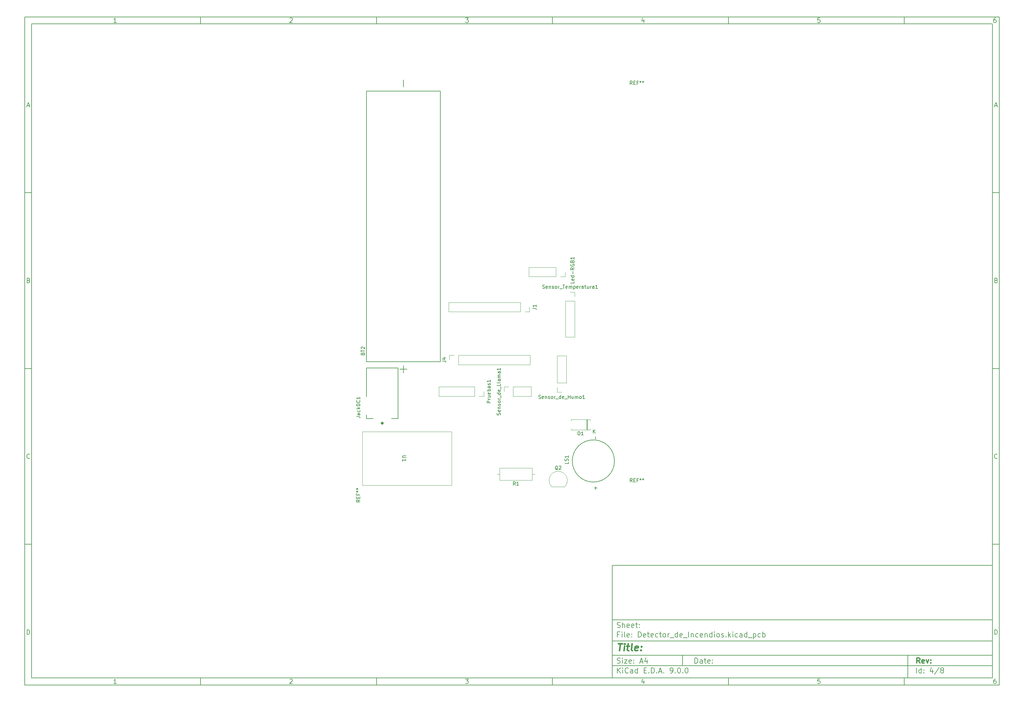
<source format=gbr>
%TF.GenerationSoftware,KiCad,Pcbnew,9.0.0*%
%TF.CreationDate,2025-02-27T14:05:11-05:00*%
%TF.ProjectId,Detector_de_Incendios,44657465-6374-46f7-925f-64655f496e63,rev?*%
%TF.SameCoordinates,Original*%
%TF.FileFunction,Legend,Top*%
%TF.FilePolarity,Positive*%
%FSLAX46Y46*%
G04 Gerber Fmt 4.6, Leading zero omitted, Abs format (unit mm)*
G04 Created by KiCad (PCBNEW 9.0.0) date 2025-02-27 14:05:11*
%MOMM*%
%LPD*%
G01*
G04 APERTURE LIST*
%ADD10C,0.100000*%
%ADD11C,0.150000*%
%ADD12C,0.300000*%
%ADD13C,0.400000*%
%ADD14C,0.120000*%
%ADD15C,0.127000*%
G04 APERTURE END LIST*
D10*
D11*
X177002200Y-166007200D02*
X285002200Y-166007200D01*
X285002200Y-198007200D01*
X177002200Y-198007200D01*
X177002200Y-166007200D01*
D10*
D11*
X10000000Y-10000000D02*
X287002200Y-10000000D01*
X287002200Y-200007200D01*
X10000000Y-200007200D01*
X10000000Y-10000000D01*
D10*
D11*
X12000000Y-12000000D02*
X285002200Y-12000000D01*
X285002200Y-198007200D01*
X12000000Y-198007200D01*
X12000000Y-12000000D01*
D10*
D11*
X60000000Y-12000000D02*
X60000000Y-10000000D01*
D10*
D11*
X110000000Y-12000000D02*
X110000000Y-10000000D01*
D10*
D11*
X160000000Y-12000000D02*
X160000000Y-10000000D01*
D10*
D11*
X210000000Y-12000000D02*
X210000000Y-10000000D01*
D10*
D11*
X260000000Y-12000000D02*
X260000000Y-10000000D01*
D10*
D11*
X36089160Y-11593604D02*
X35346303Y-11593604D01*
X35717731Y-11593604D02*
X35717731Y-10293604D01*
X35717731Y-10293604D02*
X35593922Y-10479319D01*
X35593922Y-10479319D02*
X35470112Y-10603128D01*
X35470112Y-10603128D02*
X35346303Y-10665033D01*
D10*
D11*
X85346303Y-10417414D02*
X85408207Y-10355509D01*
X85408207Y-10355509D02*
X85532017Y-10293604D01*
X85532017Y-10293604D02*
X85841541Y-10293604D01*
X85841541Y-10293604D02*
X85965350Y-10355509D01*
X85965350Y-10355509D02*
X86027255Y-10417414D01*
X86027255Y-10417414D02*
X86089160Y-10541223D01*
X86089160Y-10541223D02*
X86089160Y-10665033D01*
X86089160Y-10665033D02*
X86027255Y-10850747D01*
X86027255Y-10850747D02*
X85284398Y-11593604D01*
X85284398Y-11593604D02*
X86089160Y-11593604D01*
D10*
D11*
X135284398Y-10293604D02*
X136089160Y-10293604D01*
X136089160Y-10293604D02*
X135655826Y-10788842D01*
X135655826Y-10788842D02*
X135841541Y-10788842D01*
X135841541Y-10788842D02*
X135965350Y-10850747D01*
X135965350Y-10850747D02*
X136027255Y-10912652D01*
X136027255Y-10912652D02*
X136089160Y-11036461D01*
X136089160Y-11036461D02*
X136089160Y-11345985D01*
X136089160Y-11345985D02*
X136027255Y-11469795D01*
X136027255Y-11469795D02*
X135965350Y-11531700D01*
X135965350Y-11531700D02*
X135841541Y-11593604D01*
X135841541Y-11593604D02*
X135470112Y-11593604D01*
X135470112Y-11593604D02*
X135346303Y-11531700D01*
X135346303Y-11531700D02*
X135284398Y-11469795D01*
D10*
D11*
X185965350Y-10726938D02*
X185965350Y-11593604D01*
X185655826Y-10231700D02*
X185346303Y-11160271D01*
X185346303Y-11160271D02*
X186151064Y-11160271D01*
D10*
D11*
X236027255Y-10293604D02*
X235408207Y-10293604D01*
X235408207Y-10293604D02*
X235346303Y-10912652D01*
X235346303Y-10912652D02*
X235408207Y-10850747D01*
X235408207Y-10850747D02*
X235532017Y-10788842D01*
X235532017Y-10788842D02*
X235841541Y-10788842D01*
X235841541Y-10788842D02*
X235965350Y-10850747D01*
X235965350Y-10850747D02*
X236027255Y-10912652D01*
X236027255Y-10912652D02*
X236089160Y-11036461D01*
X236089160Y-11036461D02*
X236089160Y-11345985D01*
X236089160Y-11345985D02*
X236027255Y-11469795D01*
X236027255Y-11469795D02*
X235965350Y-11531700D01*
X235965350Y-11531700D02*
X235841541Y-11593604D01*
X235841541Y-11593604D02*
X235532017Y-11593604D01*
X235532017Y-11593604D02*
X235408207Y-11531700D01*
X235408207Y-11531700D02*
X235346303Y-11469795D01*
D10*
D11*
X285965350Y-10293604D02*
X285717731Y-10293604D01*
X285717731Y-10293604D02*
X285593922Y-10355509D01*
X285593922Y-10355509D02*
X285532017Y-10417414D01*
X285532017Y-10417414D02*
X285408207Y-10603128D01*
X285408207Y-10603128D02*
X285346303Y-10850747D01*
X285346303Y-10850747D02*
X285346303Y-11345985D01*
X285346303Y-11345985D02*
X285408207Y-11469795D01*
X285408207Y-11469795D02*
X285470112Y-11531700D01*
X285470112Y-11531700D02*
X285593922Y-11593604D01*
X285593922Y-11593604D02*
X285841541Y-11593604D01*
X285841541Y-11593604D02*
X285965350Y-11531700D01*
X285965350Y-11531700D02*
X286027255Y-11469795D01*
X286027255Y-11469795D02*
X286089160Y-11345985D01*
X286089160Y-11345985D02*
X286089160Y-11036461D01*
X286089160Y-11036461D02*
X286027255Y-10912652D01*
X286027255Y-10912652D02*
X285965350Y-10850747D01*
X285965350Y-10850747D02*
X285841541Y-10788842D01*
X285841541Y-10788842D02*
X285593922Y-10788842D01*
X285593922Y-10788842D02*
X285470112Y-10850747D01*
X285470112Y-10850747D02*
X285408207Y-10912652D01*
X285408207Y-10912652D02*
X285346303Y-11036461D01*
D10*
D11*
X60000000Y-198007200D02*
X60000000Y-200007200D01*
D10*
D11*
X110000000Y-198007200D02*
X110000000Y-200007200D01*
D10*
D11*
X160000000Y-198007200D02*
X160000000Y-200007200D01*
D10*
D11*
X210000000Y-198007200D02*
X210000000Y-200007200D01*
D10*
D11*
X260000000Y-198007200D02*
X260000000Y-200007200D01*
D10*
D11*
X36089160Y-199600804D02*
X35346303Y-199600804D01*
X35717731Y-199600804D02*
X35717731Y-198300804D01*
X35717731Y-198300804D02*
X35593922Y-198486519D01*
X35593922Y-198486519D02*
X35470112Y-198610328D01*
X35470112Y-198610328D02*
X35346303Y-198672233D01*
D10*
D11*
X85346303Y-198424614D02*
X85408207Y-198362709D01*
X85408207Y-198362709D02*
X85532017Y-198300804D01*
X85532017Y-198300804D02*
X85841541Y-198300804D01*
X85841541Y-198300804D02*
X85965350Y-198362709D01*
X85965350Y-198362709D02*
X86027255Y-198424614D01*
X86027255Y-198424614D02*
X86089160Y-198548423D01*
X86089160Y-198548423D02*
X86089160Y-198672233D01*
X86089160Y-198672233D02*
X86027255Y-198857947D01*
X86027255Y-198857947D02*
X85284398Y-199600804D01*
X85284398Y-199600804D02*
X86089160Y-199600804D01*
D10*
D11*
X135284398Y-198300804D02*
X136089160Y-198300804D01*
X136089160Y-198300804D02*
X135655826Y-198796042D01*
X135655826Y-198796042D02*
X135841541Y-198796042D01*
X135841541Y-198796042D02*
X135965350Y-198857947D01*
X135965350Y-198857947D02*
X136027255Y-198919852D01*
X136027255Y-198919852D02*
X136089160Y-199043661D01*
X136089160Y-199043661D02*
X136089160Y-199353185D01*
X136089160Y-199353185D02*
X136027255Y-199476995D01*
X136027255Y-199476995D02*
X135965350Y-199538900D01*
X135965350Y-199538900D02*
X135841541Y-199600804D01*
X135841541Y-199600804D02*
X135470112Y-199600804D01*
X135470112Y-199600804D02*
X135346303Y-199538900D01*
X135346303Y-199538900D02*
X135284398Y-199476995D01*
D10*
D11*
X185965350Y-198734138D02*
X185965350Y-199600804D01*
X185655826Y-198238900D02*
X185346303Y-199167471D01*
X185346303Y-199167471D02*
X186151064Y-199167471D01*
D10*
D11*
X236027255Y-198300804D02*
X235408207Y-198300804D01*
X235408207Y-198300804D02*
X235346303Y-198919852D01*
X235346303Y-198919852D02*
X235408207Y-198857947D01*
X235408207Y-198857947D02*
X235532017Y-198796042D01*
X235532017Y-198796042D02*
X235841541Y-198796042D01*
X235841541Y-198796042D02*
X235965350Y-198857947D01*
X235965350Y-198857947D02*
X236027255Y-198919852D01*
X236027255Y-198919852D02*
X236089160Y-199043661D01*
X236089160Y-199043661D02*
X236089160Y-199353185D01*
X236089160Y-199353185D02*
X236027255Y-199476995D01*
X236027255Y-199476995D02*
X235965350Y-199538900D01*
X235965350Y-199538900D02*
X235841541Y-199600804D01*
X235841541Y-199600804D02*
X235532017Y-199600804D01*
X235532017Y-199600804D02*
X235408207Y-199538900D01*
X235408207Y-199538900D02*
X235346303Y-199476995D01*
D10*
D11*
X285965350Y-198300804D02*
X285717731Y-198300804D01*
X285717731Y-198300804D02*
X285593922Y-198362709D01*
X285593922Y-198362709D02*
X285532017Y-198424614D01*
X285532017Y-198424614D02*
X285408207Y-198610328D01*
X285408207Y-198610328D02*
X285346303Y-198857947D01*
X285346303Y-198857947D02*
X285346303Y-199353185D01*
X285346303Y-199353185D02*
X285408207Y-199476995D01*
X285408207Y-199476995D02*
X285470112Y-199538900D01*
X285470112Y-199538900D02*
X285593922Y-199600804D01*
X285593922Y-199600804D02*
X285841541Y-199600804D01*
X285841541Y-199600804D02*
X285965350Y-199538900D01*
X285965350Y-199538900D02*
X286027255Y-199476995D01*
X286027255Y-199476995D02*
X286089160Y-199353185D01*
X286089160Y-199353185D02*
X286089160Y-199043661D01*
X286089160Y-199043661D02*
X286027255Y-198919852D01*
X286027255Y-198919852D02*
X285965350Y-198857947D01*
X285965350Y-198857947D02*
X285841541Y-198796042D01*
X285841541Y-198796042D02*
X285593922Y-198796042D01*
X285593922Y-198796042D02*
X285470112Y-198857947D01*
X285470112Y-198857947D02*
X285408207Y-198919852D01*
X285408207Y-198919852D02*
X285346303Y-199043661D01*
D10*
D11*
X10000000Y-60000000D02*
X12000000Y-60000000D01*
D10*
D11*
X10000000Y-110000000D02*
X12000000Y-110000000D01*
D10*
D11*
X10000000Y-160000000D02*
X12000000Y-160000000D01*
D10*
D11*
X10690476Y-35222176D02*
X11309523Y-35222176D01*
X10566666Y-35593604D02*
X10999999Y-34293604D01*
X10999999Y-34293604D02*
X11433333Y-35593604D01*
D10*
D11*
X11092857Y-84912652D02*
X11278571Y-84974557D01*
X11278571Y-84974557D02*
X11340476Y-85036461D01*
X11340476Y-85036461D02*
X11402380Y-85160271D01*
X11402380Y-85160271D02*
X11402380Y-85345985D01*
X11402380Y-85345985D02*
X11340476Y-85469795D01*
X11340476Y-85469795D02*
X11278571Y-85531700D01*
X11278571Y-85531700D02*
X11154761Y-85593604D01*
X11154761Y-85593604D02*
X10659523Y-85593604D01*
X10659523Y-85593604D02*
X10659523Y-84293604D01*
X10659523Y-84293604D02*
X11092857Y-84293604D01*
X11092857Y-84293604D02*
X11216666Y-84355509D01*
X11216666Y-84355509D02*
X11278571Y-84417414D01*
X11278571Y-84417414D02*
X11340476Y-84541223D01*
X11340476Y-84541223D02*
X11340476Y-84665033D01*
X11340476Y-84665033D02*
X11278571Y-84788842D01*
X11278571Y-84788842D02*
X11216666Y-84850747D01*
X11216666Y-84850747D02*
X11092857Y-84912652D01*
X11092857Y-84912652D02*
X10659523Y-84912652D01*
D10*
D11*
X11402380Y-135469795D02*
X11340476Y-135531700D01*
X11340476Y-135531700D02*
X11154761Y-135593604D01*
X11154761Y-135593604D02*
X11030952Y-135593604D01*
X11030952Y-135593604D02*
X10845238Y-135531700D01*
X10845238Y-135531700D02*
X10721428Y-135407890D01*
X10721428Y-135407890D02*
X10659523Y-135284080D01*
X10659523Y-135284080D02*
X10597619Y-135036461D01*
X10597619Y-135036461D02*
X10597619Y-134850747D01*
X10597619Y-134850747D02*
X10659523Y-134603128D01*
X10659523Y-134603128D02*
X10721428Y-134479319D01*
X10721428Y-134479319D02*
X10845238Y-134355509D01*
X10845238Y-134355509D02*
X11030952Y-134293604D01*
X11030952Y-134293604D02*
X11154761Y-134293604D01*
X11154761Y-134293604D02*
X11340476Y-134355509D01*
X11340476Y-134355509D02*
X11402380Y-134417414D01*
D10*
D11*
X10659523Y-185593604D02*
X10659523Y-184293604D01*
X10659523Y-184293604D02*
X10969047Y-184293604D01*
X10969047Y-184293604D02*
X11154761Y-184355509D01*
X11154761Y-184355509D02*
X11278571Y-184479319D01*
X11278571Y-184479319D02*
X11340476Y-184603128D01*
X11340476Y-184603128D02*
X11402380Y-184850747D01*
X11402380Y-184850747D02*
X11402380Y-185036461D01*
X11402380Y-185036461D02*
X11340476Y-185284080D01*
X11340476Y-185284080D02*
X11278571Y-185407890D01*
X11278571Y-185407890D02*
X11154761Y-185531700D01*
X11154761Y-185531700D02*
X10969047Y-185593604D01*
X10969047Y-185593604D02*
X10659523Y-185593604D01*
D10*
D11*
X287002200Y-60000000D02*
X285002200Y-60000000D01*
D10*
D11*
X287002200Y-110000000D02*
X285002200Y-110000000D01*
D10*
D11*
X287002200Y-160000000D02*
X285002200Y-160000000D01*
D10*
D11*
X285692676Y-35222176D02*
X286311723Y-35222176D01*
X285568866Y-35593604D02*
X286002199Y-34293604D01*
X286002199Y-34293604D02*
X286435533Y-35593604D01*
D10*
D11*
X286095057Y-84912652D02*
X286280771Y-84974557D01*
X286280771Y-84974557D02*
X286342676Y-85036461D01*
X286342676Y-85036461D02*
X286404580Y-85160271D01*
X286404580Y-85160271D02*
X286404580Y-85345985D01*
X286404580Y-85345985D02*
X286342676Y-85469795D01*
X286342676Y-85469795D02*
X286280771Y-85531700D01*
X286280771Y-85531700D02*
X286156961Y-85593604D01*
X286156961Y-85593604D02*
X285661723Y-85593604D01*
X285661723Y-85593604D02*
X285661723Y-84293604D01*
X285661723Y-84293604D02*
X286095057Y-84293604D01*
X286095057Y-84293604D02*
X286218866Y-84355509D01*
X286218866Y-84355509D02*
X286280771Y-84417414D01*
X286280771Y-84417414D02*
X286342676Y-84541223D01*
X286342676Y-84541223D02*
X286342676Y-84665033D01*
X286342676Y-84665033D02*
X286280771Y-84788842D01*
X286280771Y-84788842D02*
X286218866Y-84850747D01*
X286218866Y-84850747D02*
X286095057Y-84912652D01*
X286095057Y-84912652D02*
X285661723Y-84912652D01*
D10*
D11*
X286404580Y-135469795D02*
X286342676Y-135531700D01*
X286342676Y-135531700D02*
X286156961Y-135593604D01*
X286156961Y-135593604D02*
X286033152Y-135593604D01*
X286033152Y-135593604D02*
X285847438Y-135531700D01*
X285847438Y-135531700D02*
X285723628Y-135407890D01*
X285723628Y-135407890D02*
X285661723Y-135284080D01*
X285661723Y-135284080D02*
X285599819Y-135036461D01*
X285599819Y-135036461D02*
X285599819Y-134850747D01*
X285599819Y-134850747D02*
X285661723Y-134603128D01*
X285661723Y-134603128D02*
X285723628Y-134479319D01*
X285723628Y-134479319D02*
X285847438Y-134355509D01*
X285847438Y-134355509D02*
X286033152Y-134293604D01*
X286033152Y-134293604D02*
X286156961Y-134293604D01*
X286156961Y-134293604D02*
X286342676Y-134355509D01*
X286342676Y-134355509D02*
X286404580Y-134417414D01*
D10*
D11*
X285661723Y-185593604D02*
X285661723Y-184293604D01*
X285661723Y-184293604D02*
X285971247Y-184293604D01*
X285971247Y-184293604D02*
X286156961Y-184355509D01*
X286156961Y-184355509D02*
X286280771Y-184479319D01*
X286280771Y-184479319D02*
X286342676Y-184603128D01*
X286342676Y-184603128D02*
X286404580Y-184850747D01*
X286404580Y-184850747D02*
X286404580Y-185036461D01*
X286404580Y-185036461D02*
X286342676Y-185284080D01*
X286342676Y-185284080D02*
X286280771Y-185407890D01*
X286280771Y-185407890D02*
X286156961Y-185531700D01*
X286156961Y-185531700D02*
X285971247Y-185593604D01*
X285971247Y-185593604D02*
X285661723Y-185593604D01*
D10*
D11*
X200458026Y-193793328D02*
X200458026Y-192293328D01*
X200458026Y-192293328D02*
X200815169Y-192293328D01*
X200815169Y-192293328D02*
X201029455Y-192364757D01*
X201029455Y-192364757D02*
X201172312Y-192507614D01*
X201172312Y-192507614D02*
X201243741Y-192650471D01*
X201243741Y-192650471D02*
X201315169Y-192936185D01*
X201315169Y-192936185D02*
X201315169Y-193150471D01*
X201315169Y-193150471D02*
X201243741Y-193436185D01*
X201243741Y-193436185D02*
X201172312Y-193579042D01*
X201172312Y-193579042D02*
X201029455Y-193721900D01*
X201029455Y-193721900D02*
X200815169Y-193793328D01*
X200815169Y-193793328D02*
X200458026Y-193793328D01*
X202600884Y-193793328D02*
X202600884Y-193007614D01*
X202600884Y-193007614D02*
X202529455Y-192864757D01*
X202529455Y-192864757D02*
X202386598Y-192793328D01*
X202386598Y-192793328D02*
X202100884Y-192793328D01*
X202100884Y-192793328D02*
X201958026Y-192864757D01*
X202600884Y-193721900D02*
X202458026Y-193793328D01*
X202458026Y-193793328D02*
X202100884Y-193793328D01*
X202100884Y-193793328D02*
X201958026Y-193721900D01*
X201958026Y-193721900D02*
X201886598Y-193579042D01*
X201886598Y-193579042D02*
X201886598Y-193436185D01*
X201886598Y-193436185D02*
X201958026Y-193293328D01*
X201958026Y-193293328D02*
X202100884Y-193221900D01*
X202100884Y-193221900D02*
X202458026Y-193221900D01*
X202458026Y-193221900D02*
X202600884Y-193150471D01*
X203100884Y-192793328D02*
X203672312Y-192793328D01*
X203315169Y-192293328D02*
X203315169Y-193579042D01*
X203315169Y-193579042D02*
X203386598Y-193721900D01*
X203386598Y-193721900D02*
X203529455Y-193793328D01*
X203529455Y-193793328D02*
X203672312Y-193793328D01*
X204743741Y-193721900D02*
X204600884Y-193793328D01*
X204600884Y-193793328D02*
X204315170Y-193793328D01*
X204315170Y-193793328D02*
X204172312Y-193721900D01*
X204172312Y-193721900D02*
X204100884Y-193579042D01*
X204100884Y-193579042D02*
X204100884Y-193007614D01*
X204100884Y-193007614D02*
X204172312Y-192864757D01*
X204172312Y-192864757D02*
X204315170Y-192793328D01*
X204315170Y-192793328D02*
X204600884Y-192793328D01*
X204600884Y-192793328D02*
X204743741Y-192864757D01*
X204743741Y-192864757D02*
X204815170Y-193007614D01*
X204815170Y-193007614D02*
X204815170Y-193150471D01*
X204815170Y-193150471D02*
X204100884Y-193293328D01*
X205458026Y-193650471D02*
X205529455Y-193721900D01*
X205529455Y-193721900D02*
X205458026Y-193793328D01*
X205458026Y-193793328D02*
X205386598Y-193721900D01*
X205386598Y-193721900D02*
X205458026Y-193650471D01*
X205458026Y-193650471D02*
X205458026Y-193793328D01*
X205458026Y-192864757D02*
X205529455Y-192936185D01*
X205529455Y-192936185D02*
X205458026Y-193007614D01*
X205458026Y-193007614D02*
X205386598Y-192936185D01*
X205386598Y-192936185D02*
X205458026Y-192864757D01*
X205458026Y-192864757D02*
X205458026Y-193007614D01*
D10*
D11*
X177002200Y-194507200D02*
X285002200Y-194507200D01*
D10*
D11*
X178458026Y-196593328D02*
X178458026Y-195093328D01*
X179315169Y-196593328D02*
X178672312Y-195736185D01*
X179315169Y-195093328D02*
X178458026Y-195950471D01*
X179958026Y-196593328D02*
X179958026Y-195593328D01*
X179958026Y-195093328D02*
X179886598Y-195164757D01*
X179886598Y-195164757D02*
X179958026Y-195236185D01*
X179958026Y-195236185D02*
X180029455Y-195164757D01*
X180029455Y-195164757D02*
X179958026Y-195093328D01*
X179958026Y-195093328D02*
X179958026Y-195236185D01*
X181529455Y-196450471D02*
X181458027Y-196521900D01*
X181458027Y-196521900D02*
X181243741Y-196593328D01*
X181243741Y-196593328D02*
X181100884Y-196593328D01*
X181100884Y-196593328D02*
X180886598Y-196521900D01*
X180886598Y-196521900D02*
X180743741Y-196379042D01*
X180743741Y-196379042D02*
X180672312Y-196236185D01*
X180672312Y-196236185D02*
X180600884Y-195950471D01*
X180600884Y-195950471D02*
X180600884Y-195736185D01*
X180600884Y-195736185D02*
X180672312Y-195450471D01*
X180672312Y-195450471D02*
X180743741Y-195307614D01*
X180743741Y-195307614D02*
X180886598Y-195164757D01*
X180886598Y-195164757D02*
X181100884Y-195093328D01*
X181100884Y-195093328D02*
X181243741Y-195093328D01*
X181243741Y-195093328D02*
X181458027Y-195164757D01*
X181458027Y-195164757D02*
X181529455Y-195236185D01*
X182815170Y-196593328D02*
X182815170Y-195807614D01*
X182815170Y-195807614D02*
X182743741Y-195664757D01*
X182743741Y-195664757D02*
X182600884Y-195593328D01*
X182600884Y-195593328D02*
X182315170Y-195593328D01*
X182315170Y-195593328D02*
X182172312Y-195664757D01*
X182815170Y-196521900D02*
X182672312Y-196593328D01*
X182672312Y-196593328D02*
X182315170Y-196593328D01*
X182315170Y-196593328D02*
X182172312Y-196521900D01*
X182172312Y-196521900D02*
X182100884Y-196379042D01*
X182100884Y-196379042D02*
X182100884Y-196236185D01*
X182100884Y-196236185D02*
X182172312Y-196093328D01*
X182172312Y-196093328D02*
X182315170Y-196021900D01*
X182315170Y-196021900D02*
X182672312Y-196021900D01*
X182672312Y-196021900D02*
X182815170Y-195950471D01*
X184172313Y-196593328D02*
X184172313Y-195093328D01*
X184172313Y-196521900D02*
X184029455Y-196593328D01*
X184029455Y-196593328D02*
X183743741Y-196593328D01*
X183743741Y-196593328D02*
X183600884Y-196521900D01*
X183600884Y-196521900D02*
X183529455Y-196450471D01*
X183529455Y-196450471D02*
X183458027Y-196307614D01*
X183458027Y-196307614D02*
X183458027Y-195879042D01*
X183458027Y-195879042D02*
X183529455Y-195736185D01*
X183529455Y-195736185D02*
X183600884Y-195664757D01*
X183600884Y-195664757D02*
X183743741Y-195593328D01*
X183743741Y-195593328D02*
X184029455Y-195593328D01*
X184029455Y-195593328D02*
X184172313Y-195664757D01*
X186029455Y-195807614D02*
X186529455Y-195807614D01*
X186743741Y-196593328D02*
X186029455Y-196593328D01*
X186029455Y-196593328D02*
X186029455Y-195093328D01*
X186029455Y-195093328D02*
X186743741Y-195093328D01*
X187386598Y-196450471D02*
X187458027Y-196521900D01*
X187458027Y-196521900D02*
X187386598Y-196593328D01*
X187386598Y-196593328D02*
X187315170Y-196521900D01*
X187315170Y-196521900D02*
X187386598Y-196450471D01*
X187386598Y-196450471D02*
X187386598Y-196593328D01*
X188100884Y-196593328D02*
X188100884Y-195093328D01*
X188100884Y-195093328D02*
X188458027Y-195093328D01*
X188458027Y-195093328D02*
X188672313Y-195164757D01*
X188672313Y-195164757D02*
X188815170Y-195307614D01*
X188815170Y-195307614D02*
X188886599Y-195450471D01*
X188886599Y-195450471D02*
X188958027Y-195736185D01*
X188958027Y-195736185D02*
X188958027Y-195950471D01*
X188958027Y-195950471D02*
X188886599Y-196236185D01*
X188886599Y-196236185D02*
X188815170Y-196379042D01*
X188815170Y-196379042D02*
X188672313Y-196521900D01*
X188672313Y-196521900D02*
X188458027Y-196593328D01*
X188458027Y-196593328D02*
X188100884Y-196593328D01*
X189600884Y-196450471D02*
X189672313Y-196521900D01*
X189672313Y-196521900D02*
X189600884Y-196593328D01*
X189600884Y-196593328D02*
X189529456Y-196521900D01*
X189529456Y-196521900D02*
X189600884Y-196450471D01*
X189600884Y-196450471D02*
X189600884Y-196593328D01*
X190243742Y-196164757D02*
X190958028Y-196164757D01*
X190100885Y-196593328D02*
X190600885Y-195093328D01*
X190600885Y-195093328D02*
X191100885Y-196593328D01*
X191600884Y-196450471D02*
X191672313Y-196521900D01*
X191672313Y-196521900D02*
X191600884Y-196593328D01*
X191600884Y-196593328D02*
X191529456Y-196521900D01*
X191529456Y-196521900D02*
X191600884Y-196450471D01*
X191600884Y-196450471D02*
X191600884Y-196593328D01*
X193529456Y-196593328D02*
X193815170Y-196593328D01*
X193815170Y-196593328D02*
X193958027Y-196521900D01*
X193958027Y-196521900D02*
X194029456Y-196450471D01*
X194029456Y-196450471D02*
X194172313Y-196236185D01*
X194172313Y-196236185D02*
X194243742Y-195950471D01*
X194243742Y-195950471D02*
X194243742Y-195379042D01*
X194243742Y-195379042D02*
X194172313Y-195236185D01*
X194172313Y-195236185D02*
X194100885Y-195164757D01*
X194100885Y-195164757D02*
X193958027Y-195093328D01*
X193958027Y-195093328D02*
X193672313Y-195093328D01*
X193672313Y-195093328D02*
X193529456Y-195164757D01*
X193529456Y-195164757D02*
X193458027Y-195236185D01*
X193458027Y-195236185D02*
X193386599Y-195379042D01*
X193386599Y-195379042D02*
X193386599Y-195736185D01*
X193386599Y-195736185D02*
X193458027Y-195879042D01*
X193458027Y-195879042D02*
X193529456Y-195950471D01*
X193529456Y-195950471D02*
X193672313Y-196021900D01*
X193672313Y-196021900D02*
X193958027Y-196021900D01*
X193958027Y-196021900D02*
X194100885Y-195950471D01*
X194100885Y-195950471D02*
X194172313Y-195879042D01*
X194172313Y-195879042D02*
X194243742Y-195736185D01*
X194886598Y-196450471D02*
X194958027Y-196521900D01*
X194958027Y-196521900D02*
X194886598Y-196593328D01*
X194886598Y-196593328D02*
X194815170Y-196521900D01*
X194815170Y-196521900D02*
X194886598Y-196450471D01*
X194886598Y-196450471D02*
X194886598Y-196593328D01*
X195886599Y-195093328D02*
X196029456Y-195093328D01*
X196029456Y-195093328D02*
X196172313Y-195164757D01*
X196172313Y-195164757D02*
X196243742Y-195236185D01*
X196243742Y-195236185D02*
X196315170Y-195379042D01*
X196315170Y-195379042D02*
X196386599Y-195664757D01*
X196386599Y-195664757D02*
X196386599Y-196021900D01*
X196386599Y-196021900D02*
X196315170Y-196307614D01*
X196315170Y-196307614D02*
X196243742Y-196450471D01*
X196243742Y-196450471D02*
X196172313Y-196521900D01*
X196172313Y-196521900D02*
X196029456Y-196593328D01*
X196029456Y-196593328D02*
X195886599Y-196593328D01*
X195886599Y-196593328D02*
X195743742Y-196521900D01*
X195743742Y-196521900D02*
X195672313Y-196450471D01*
X195672313Y-196450471D02*
X195600884Y-196307614D01*
X195600884Y-196307614D02*
X195529456Y-196021900D01*
X195529456Y-196021900D02*
X195529456Y-195664757D01*
X195529456Y-195664757D02*
X195600884Y-195379042D01*
X195600884Y-195379042D02*
X195672313Y-195236185D01*
X195672313Y-195236185D02*
X195743742Y-195164757D01*
X195743742Y-195164757D02*
X195886599Y-195093328D01*
X197029455Y-196450471D02*
X197100884Y-196521900D01*
X197100884Y-196521900D02*
X197029455Y-196593328D01*
X197029455Y-196593328D02*
X196958027Y-196521900D01*
X196958027Y-196521900D02*
X197029455Y-196450471D01*
X197029455Y-196450471D02*
X197029455Y-196593328D01*
X198029456Y-195093328D02*
X198172313Y-195093328D01*
X198172313Y-195093328D02*
X198315170Y-195164757D01*
X198315170Y-195164757D02*
X198386599Y-195236185D01*
X198386599Y-195236185D02*
X198458027Y-195379042D01*
X198458027Y-195379042D02*
X198529456Y-195664757D01*
X198529456Y-195664757D02*
X198529456Y-196021900D01*
X198529456Y-196021900D02*
X198458027Y-196307614D01*
X198458027Y-196307614D02*
X198386599Y-196450471D01*
X198386599Y-196450471D02*
X198315170Y-196521900D01*
X198315170Y-196521900D02*
X198172313Y-196593328D01*
X198172313Y-196593328D02*
X198029456Y-196593328D01*
X198029456Y-196593328D02*
X197886599Y-196521900D01*
X197886599Y-196521900D02*
X197815170Y-196450471D01*
X197815170Y-196450471D02*
X197743741Y-196307614D01*
X197743741Y-196307614D02*
X197672313Y-196021900D01*
X197672313Y-196021900D02*
X197672313Y-195664757D01*
X197672313Y-195664757D02*
X197743741Y-195379042D01*
X197743741Y-195379042D02*
X197815170Y-195236185D01*
X197815170Y-195236185D02*
X197886599Y-195164757D01*
X197886599Y-195164757D02*
X198029456Y-195093328D01*
D10*
D11*
X177002200Y-191507200D02*
X285002200Y-191507200D01*
D10*
D12*
X264413853Y-193785528D02*
X263913853Y-193071242D01*
X263556710Y-193785528D02*
X263556710Y-192285528D01*
X263556710Y-192285528D02*
X264128139Y-192285528D01*
X264128139Y-192285528D02*
X264270996Y-192356957D01*
X264270996Y-192356957D02*
X264342425Y-192428385D01*
X264342425Y-192428385D02*
X264413853Y-192571242D01*
X264413853Y-192571242D02*
X264413853Y-192785528D01*
X264413853Y-192785528D02*
X264342425Y-192928385D01*
X264342425Y-192928385D02*
X264270996Y-192999814D01*
X264270996Y-192999814D02*
X264128139Y-193071242D01*
X264128139Y-193071242D02*
X263556710Y-193071242D01*
X265628139Y-193714100D02*
X265485282Y-193785528D01*
X265485282Y-193785528D02*
X265199568Y-193785528D01*
X265199568Y-193785528D02*
X265056710Y-193714100D01*
X265056710Y-193714100D02*
X264985282Y-193571242D01*
X264985282Y-193571242D02*
X264985282Y-192999814D01*
X264985282Y-192999814D02*
X265056710Y-192856957D01*
X265056710Y-192856957D02*
X265199568Y-192785528D01*
X265199568Y-192785528D02*
X265485282Y-192785528D01*
X265485282Y-192785528D02*
X265628139Y-192856957D01*
X265628139Y-192856957D02*
X265699568Y-192999814D01*
X265699568Y-192999814D02*
X265699568Y-193142671D01*
X265699568Y-193142671D02*
X264985282Y-193285528D01*
X266199567Y-192785528D02*
X266556710Y-193785528D01*
X266556710Y-193785528D02*
X266913853Y-192785528D01*
X267485281Y-193642671D02*
X267556710Y-193714100D01*
X267556710Y-193714100D02*
X267485281Y-193785528D01*
X267485281Y-193785528D02*
X267413853Y-193714100D01*
X267413853Y-193714100D02*
X267485281Y-193642671D01*
X267485281Y-193642671D02*
X267485281Y-193785528D01*
X267485281Y-192856957D02*
X267556710Y-192928385D01*
X267556710Y-192928385D02*
X267485281Y-192999814D01*
X267485281Y-192999814D02*
X267413853Y-192928385D01*
X267413853Y-192928385D02*
X267485281Y-192856957D01*
X267485281Y-192856957D02*
X267485281Y-192999814D01*
D10*
D11*
X178386598Y-193721900D02*
X178600884Y-193793328D01*
X178600884Y-193793328D02*
X178958026Y-193793328D01*
X178958026Y-193793328D02*
X179100884Y-193721900D01*
X179100884Y-193721900D02*
X179172312Y-193650471D01*
X179172312Y-193650471D02*
X179243741Y-193507614D01*
X179243741Y-193507614D02*
X179243741Y-193364757D01*
X179243741Y-193364757D02*
X179172312Y-193221900D01*
X179172312Y-193221900D02*
X179100884Y-193150471D01*
X179100884Y-193150471D02*
X178958026Y-193079042D01*
X178958026Y-193079042D02*
X178672312Y-193007614D01*
X178672312Y-193007614D02*
X178529455Y-192936185D01*
X178529455Y-192936185D02*
X178458026Y-192864757D01*
X178458026Y-192864757D02*
X178386598Y-192721900D01*
X178386598Y-192721900D02*
X178386598Y-192579042D01*
X178386598Y-192579042D02*
X178458026Y-192436185D01*
X178458026Y-192436185D02*
X178529455Y-192364757D01*
X178529455Y-192364757D02*
X178672312Y-192293328D01*
X178672312Y-192293328D02*
X179029455Y-192293328D01*
X179029455Y-192293328D02*
X179243741Y-192364757D01*
X179886597Y-193793328D02*
X179886597Y-192793328D01*
X179886597Y-192293328D02*
X179815169Y-192364757D01*
X179815169Y-192364757D02*
X179886597Y-192436185D01*
X179886597Y-192436185D02*
X179958026Y-192364757D01*
X179958026Y-192364757D02*
X179886597Y-192293328D01*
X179886597Y-192293328D02*
X179886597Y-192436185D01*
X180458026Y-192793328D02*
X181243741Y-192793328D01*
X181243741Y-192793328D02*
X180458026Y-193793328D01*
X180458026Y-193793328D02*
X181243741Y-193793328D01*
X182386598Y-193721900D02*
X182243741Y-193793328D01*
X182243741Y-193793328D02*
X181958027Y-193793328D01*
X181958027Y-193793328D02*
X181815169Y-193721900D01*
X181815169Y-193721900D02*
X181743741Y-193579042D01*
X181743741Y-193579042D02*
X181743741Y-193007614D01*
X181743741Y-193007614D02*
X181815169Y-192864757D01*
X181815169Y-192864757D02*
X181958027Y-192793328D01*
X181958027Y-192793328D02*
X182243741Y-192793328D01*
X182243741Y-192793328D02*
X182386598Y-192864757D01*
X182386598Y-192864757D02*
X182458027Y-193007614D01*
X182458027Y-193007614D02*
X182458027Y-193150471D01*
X182458027Y-193150471D02*
X181743741Y-193293328D01*
X183100883Y-193650471D02*
X183172312Y-193721900D01*
X183172312Y-193721900D02*
X183100883Y-193793328D01*
X183100883Y-193793328D02*
X183029455Y-193721900D01*
X183029455Y-193721900D02*
X183100883Y-193650471D01*
X183100883Y-193650471D02*
X183100883Y-193793328D01*
X183100883Y-192864757D02*
X183172312Y-192936185D01*
X183172312Y-192936185D02*
X183100883Y-193007614D01*
X183100883Y-193007614D02*
X183029455Y-192936185D01*
X183029455Y-192936185D02*
X183100883Y-192864757D01*
X183100883Y-192864757D02*
X183100883Y-193007614D01*
X184886598Y-193364757D02*
X185600884Y-193364757D01*
X184743741Y-193793328D02*
X185243741Y-192293328D01*
X185243741Y-192293328D02*
X185743741Y-193793328D01*
X186886598Y-192793328D02*
X186886598Y-193793328D01*
X186529455Y-192221900D02*
X186172312Y-193293328D01*
X186172312Y-193293328D02*
X187100883Y-193293328D01*
D10*
D11*
X263458026Y-196593328D02*
X263458026Y-195093328D01*
X264815170Y-196593328D02*
X264815170Y-195093328D01*
X264815170Y-196521900D02*
X264672312Y-196593328D01*
X264672312Y-196593328D02*
X264386598Y-196593328D01*
X264386598Y-196593328D02*
X264243741Y-196521900D01*
X264243741Y-196521900D02*
X264172312Y-196450471D01*
X264172312Y-196450471D02*
X264100884Y-196307614D01*
X264100884Y-196307614D02*
X264100884Y-195879042D01*
X264100884Y-195879042D02*
X264172312Y-195736185D01*
X264172312Y-195736185D02*
X264243741Y-195664757D01*
X264243741Y-195664757D02*
X264386598Y-195593328D01*
X264386598Y-195593328D02*
X264672312Y-195593328D01*
X264672312Y-195593328D02*
X264815170Y-195664757D01*
X265529455Y-196450471D02*
X265600884Y-196521900D01*
X265600884Y-196521900D02*
X265529455Y-196593328D01*
X265529455Y-196593328D02*
X265458027Y-196521900D01*
X265458027Y-196521900D02*
X265529455Y-196450471D01*
X265529455Y-196450471D02*
X265529455Y-196593328D01*
X265529455Y-195664757D02*
X265600884Y-195736185D01*
X265600884Y-195736185D02*
X265529455Y-195807614D01*
X265529455Y-195807614D02*
X265458027Y-195736185D01*
X265458027Y-195736185D02*
X265529455Y-195664757D01*
X265529455Y-195664757D02*
X265529455Y-195807614D01*
X268029456Y-195593328D02*
X268029456Y-196593328D01*
X267672313Y-195021900D02*
X267315170Y-196093328D01*
X267315170Y-196093328D02*
X268243741Y-196093328D01*
X269886598Y-195021900D02*
X268600884Y-196950471D01*
X270600884Y-195736185D02*
X270458027Y-195664757D01*
X270458027Y-195664757D02*
X270386598Y-195593328D01*
X270386598Y-195593328D02*
X270315170Y-195450471D01*
X270315170Y-195450471D02*
X270315170Y-195379042D01*
X270315170Y-195379042D02*
X270386598Y-195236185D01*
X270386598Y-195236185D02*
X270458027Y-195164757D01*
X270458027Y-195164757D02*
X270600884Y-195093328D01*
X270600884Y-195093328D02*
X270886598Y-195093328D01*
X270886598Y-195093328D02*
X271029456Y-195164757D01*
X271029456Y-195164757D02*
X271100884Y-195236185D01*
X271100884Y-195236185D02*
X271172313Y-195379042D01*
X271172313Y-195379042D02*
X271172313Y-195450471D01*
X271172313Y-195450471D02*
X271100884Y-195593328D01*
X271100884Y-195593328D02*
X271029456Y-195664757D01*
X271029456Y-195664757D02*
X270886598Y-195736185D01*
X270886598Y-195736185D02*
X270600884Y-195736185D01*
X270600884Y-195736185D02*
X270458027Y-195807614D01*
X270458027Y-195807614D02*
X270386598Y-195879042D01*
X270386598Y-195879042D02*
X270315170Y-196021900D01*
X270315170Y-196021900D02*
X270315170Y-196307614D01*
X270315170Y-196307614D02*
X270386598Y-196450471D01*
X270386598Y-196450471D02*
X270458027Y-196521900D01*
X270458027Y-196521900D02*
X270600884Y-196593328D01*
X270600884Y-196593328D02*
X270886598Y-196593328D01*
X270886598Y-196593328D02*
X271029456Y-196521900D01*
X271029456Y-196521900D02*
X271100884Y-196450471D01*
X271100884Y-196450471D02*
X271172313Y-196307614D01*
X271172313Y-196307614D02*
X271172313Y-196021900D01*
X271172313Y-196021900D02*
X271100884Y-195879042D01*
X271100884Y-195879042D02*
X271029456Y-195807614D01*
X271029456Y-195807614D02*
X270886598Y-195736185D01*
D10*
D11*
X177002200Y-187507200D02*
X285002200Y-187507200D01*
D10*
D13*
X178693928Y-188211638D02*
X179836785Y-188211638D01*
X179015357Y-190211638D02*
X179265357Y-188211638D01*
X180253452Y-190211638D02*
X180420119Y-188878304D01*
X180503452Y-188211638D02*
X180396309Y-188306876D01*
X180396309Y-188306876D02*
X180479643Y-188402114D01*
X180479643Y-188402114D02*
X180586786Y-188306876D01*
X180586786Y-188306876D02*
X180503452Y-188211638D01*
X180503452Y-188211638D02*
X180479643Y-188402114D01*
X181086786Y-188878304D02*
X181848690Y-188878304D01*
X181455833Y-188211638D02*
X181241548Y-189925923D01*
X181241548Y-189925923D02*
X181312976Y-190116400D01*
X181312976Y-190116400D02*
X181491548Y-190211638D01*
X181491548Y-190211638D02*
X181682024Y-190211638D01*
X182634405Y-190211638D02*
X182455833Y-190116400D01*
X182455833Y-190116400D02*
X182384405Y-189925923D01*
X182384405Y-189925923D02*
X182598690Y-188211638D01*
X184170119Y-190116400D02*
X183967738Y-190211638D01*
X183967738Y-190211638D02*
X183586785Y-190211638D01*
X183586785Y-190211638D02*
X183408214Y-190116400D01*
X183408214Y-190116400D02*
X183336785Y-189925923D01*
X183336785Y-189925923D02*
X183432024Y-189164019D01*
X183432024Y-189164019D02*
X183551071Y-188973542D01*
X183551071Y-188973542D02*
X183753452Y-188878304D01*
X183753452Y-188878304D02*
X184134404Y-188878304D01*
X184134404Y-188878304D02*
X184312976Y-188973542D01*
X184312976Y-188973542D02*
X184384404Y-189164019D01*
X184384404Y-189164019D02*
X184360595Y-189354495D01*
X184360595Y-189354495D02*
X183384404Y-189544971D01*
X185134405Y-190021161D02*
X185217738Y-190116400D01*
X185217738Y-190116400D02*
X185110595Y-190211638D01*
X185110595Y-190211638D02*
X185027262Y-190116400D01*
X185027262Y-190116400D02*
X185134405Y-190021161D01*
X185134405Y-190021161D02*
X185110595Y-190211638D01*
X185265357Y-188973542D02*
X185348690Y-189068780D01*
X185348690Y-189068780D02*
X185241548Y-189164019D01*
X185241548Y-189164019D02*
X185158214Y-189068780D01*
X185158214Y-189068780D02*
X185265357Y-188973542D01*
X185265357Y-188973542D02*
X185241548Y-189164019D01*
D10*
D11*
X178958026Y-185607614D02*
X178458026Y-185607614D01*
X178458026Y-186393328D02*
X178458026Y-184893328D01*
X178458026Y-184893328D02*
X179172312Y-184893328D01*
X179743740Y-186393328D02*
X179743740Y-185393328D01*
X179743740Y-184893328D02*
X179672312Y-184964757D01*
X179672312Y-184964757D02*
X179743740Y-185036185D01*
X179743740Y-185036185D02*
X179815169Y-184964757D01*
X179815169Y-184964757D02*
X179743740Y-184893328D01*
X179743740Y-184893328D02*
X179743740Y-185036185D01*
X180672312Y-186393328D02*
X180529455Y-186321900D01*
X180529455Y-186321900D02*
X180458026Y-186179042D01*
X180458026Y-186179042D02*
X180458026Y-184893328D01*
X181815169Y-186321900D02*
X181672312Y-186393328D01*
X181672312Y-186393328D02*
X181386598Y-186393328D01*
X181386598Y-186393328D02*
X181243740Y-186321900D01*
X181243740Y-186321900D02*
X181172312Y-186179042D01*
X181172312Y-186179042D02*
X181172312Y-185607614D01*
X181172312Y-185607614D02*
X181243740Y-185464757D01*
X181243740Y-185464757D02*
X181386598Y-185393328D01*
X181386598Y-185393328D02*
X181672312Y-185393328D01*
X181672312Y-185393328D02*
X181815169Y-185464757D01*
X181815169Y-185464757D02*
X181886598Y-185607614D01*
X181886598Y-185607614D02*
X181886598Y-185750471D01*
X181886598Y-185750471D02*
X181172312Y-185893328D01*
X182529454Y-186250471D02*
X182600883Y-186321900D01*
X182600883Y-186321900D02*
X182529454Y-186393328D01*
X182529454Y-186393328D02*
X182458026Y-186321900D01*
X182458026Y-186321900D02*
X182529454Y-186250471D01*
X182529454Y-186250471D02*
X182529454Y-186393328D01*
X182529454Y-185464757D02*
X182600883Y-185536185D01*
X182600883Y-185536185D02*
X182529454Y-185607614D01*
X182529454Y-185607614D02*
X182458026Y-185536185D01*
X182458026Y-185536185D02*
X182529454Y-185464757D01*
X182529454Y-185464757D02*
X182529454Y-185607614D01*
X184386597Y-186393328D02*
X184386597Y-184893328D01*
X184386597Y-184893328D02*
X184743740Y-184893328D01*
X184743740Y-184893328D02*
X184958026Y-184964757D01*
X184958026Y-184964757D02*
X185100883Y-185107614D01*
X185100883Y-185107614D02*
X185172312Y-185250471D01*
X185172312Y-185250471D02*
X185243740Y-185536185D01*
X185243740Y-185536185D02*
X185243740Y-185750471D01*
X185243740Y-185750471D02*
X185172312Y-186036185D01*
X185172312Y-186036185D02*
X185100883Y-186179042D01*
X185100883Y-186179042D02*
X184958026Y-186321900D01*
X184958026Y-186321900D02*
X184743740Y-186393328D01*
X184743740Y-186393328D02*
X184386597Y-186393328D01*
X186458026Y-186321900D02*
X186315169Y-186393328D01*
X186315169Y-186393328D02*
X186029455Y-186393328D01*
X186029455Y-186393328D02*
X185886597Y-186321900D01*
X185886597Y-186321900D02*
X185815169Y-186179042D01*
X185815169Y-186179042D02*
X185815169Y-185607614D01*
X185815169Y-185607614D02*
X185886597Y-185464757D01*
X185886597Y-185464757D02*
X186029455Y-185393328D01*
X186029455Y-185393328D02*
X186315169Y-185393328D01*
X186315169Y-185393328D02*
X186458026Y-185464757D01*
X186458026Y-185464757D02*
X186529455Y-185607614D01*
X186529455Y-185607614D02*
X186529455Y-185750471D01*
X186529455Y-185750471D02*
X185815169Y-185893328D01*
X186958026Y-185393328D02*
X187529454Y-185393328D01*
X187172311Y-184893328D02*
X187172311Y-186179042D01*
X187172311Y-186179042D02*
X187243740Y-186321900D01*
X187243740Y-186321900D02*
X187386597Y-186393328D01*
X187386597Y-186393328D02*
X187529454Y-186393328D01*
X188600883Y-186321900D02*
X188458026Y-186393328D01*
X188458026Y-186393328D02*
X188172312Y-186393328D01*
X188172312Y-186393328D02*
X188029454Y-186321900D01*
X188029454Y-186321900D02*
X187958026Y-186179042D01*
X187958026Y-186179042D02*
X187958026Y-185607614D01*
X187958026Y-185607614D02*
X188029454Y-185464757D01*
X188029454Y-185464757D02*
X188172312Y-185393328D01*
X188172312Y-185393328D02*
X188458026Y-185393328D01*
X188458026Y-185393328D02*
X188600883Y-185464757D01*
X188600883Y-185464757D02*
X188672312Y-185607614D01*
X188672312Y-185607614D02*
X188672312Y-185750471D01*
X188672312Y-185750471D02*
X187958026Y-185893328D01*
X189958026Y-186321900D02*
X189815168Y-186393328D01*
X189815168Y-186393328D02*
X189529454Y-186393328D01*
X189529454Y-186393328D02*
X189386597Y-186321900D01*
X189386597Y-186321900D02*
X189315168Y-186250471D01*
X189315168Y-186250471D02*
X189243740Y-186107614D01*
X189243740Y-186107614D02*
X189243740Y-185679042D01*
X189243740Y-185679042D02*
X189315168Y-185536185D01*
X189315168Y-185536185D02*
X189386597Y-185464757D01*
X189386597Y-185464757D02*
X189529454Y-185393328D01*
X189529454Y-185393328D02*
X189815168Y-185393328D01*
X189815168Y-185393328D02*
X189958026Y-185464757D01*
X190386597Y-185393328D02*
X190958025Y-185393328D01*
X190600882Y-184893328D02*
X190600882Y-186179042D01*
X190600882Y-186179042D02*
X190672311Y-186321900D01*
X190672311Y-186321900D02*
X190815168Y-186393328D01*
X190815168Y-186393328D02*
X190958025Y-186393328D01*
X191672311Y-186393328D02*
X191529454Y-186321900D01*
X191529454Y-186321900D02*
X191458025Y-186250471D01*
X191458025Y-186250471D02*
X191386597Y-186107614D01*
X191386597Y-186107614D02*
X191386597Y-185679042D01*
X191386597Y-185679042D02*
X191458025Y-185536185D01*
X191458025Y-185536185D02*
X191529454Y-185464757D01*
X191529454Y-185464757D02*
X191672311Y-185393328D01*
X191672311Y-185393328D02*
X191886597Y-185393328D01*
X191886597Y-185393328D02*
X192029454Y-185464757D01*
X192029454Y-185464757D02*
X192100883Y-185536185D01*
X192100883Y-185536185D02*
X192172311Y-185679042D01*
X192172311Y-185679042D02*
X192172311Y-186107614D01*
X192172311Y-186107614D02*
X192100883Y-186250471D01*
X192100883Y-186250471D02*
X192029454Y-186321900D01*
X192029454Y-186321900D02*
X191886597Y-186393328D01*
X191886597Y-186393328D02*
X191672311Y-186393328D01*
X192815168Y-186393328D02*
X192815168Y-185393328D01*
X192815168Y-185679042D02*
X192886597Y-185536185D01*
X192886597Y-185536185D02*
X192958026Y-185464757D01*
X192958026Y-185464757D02*
X193100883Y-185393328D01*
X193100883Y-185393328D02*
X193243740Y-185393328D01*
X193386597Y-186536185D02*
X194529454Y-186536185D01*
X195529454Y-186393328D02*
X195529454Y-184893328D01*
X195529454Y-186321900D02*
X195386596Y-186393328D01*
X195386596Y-186393328D02*
X195100882Y-186393328D01*
X195100882Y-186393328D02*
X194958025Y-186321900D01*
X194958025Y-186321900D02*
X194886596Y-186250471D01*
X194886596Y-186250471D02*
X194815168Y-186107614D01*
X194815168Y-186107614D02*
X194815168Y-185679042D01*
X194815168Y-185679042D02*
X194886596Y-185536185D01*
X194886596Y-185536185D02*
X194958025Y-185464757D01*
X194958025Y-185464757D02*
X195100882Y-185393328D01*
X195100882Y-185393328D02*
X195386596Y-185393328D01*
X195386596Y-185393328D02*
X195529454Y-185464757D01*
X196815168Y-186321900D02*
X196672311Y-186393328D01*
X196672311Y-186393328D02*
X196386597Y-186393328D01*
X196386597Y-186393328D02*
X196243739Y-186321900D01*
X196243739Y-186321900D02*
X196172311Y-186179042D01*
X196172311Y-186179042D02*
X196172311Y-185607614D01*
X196172311Y-185607614D02*
X196243739Y-185464757D01*
X196243739Y-185464757D02*
X196386597Y-185393328D01*
X196386597Y-185393328D02*
X196672311Y-185393328D01*
X196672311Y-185393328D02*
X196815168Y-185464757D01*
X196815168Y-185464757D02*
X196886597Y-185607614D01*
X196886597Y-185607614D02*
X196886597Y-185750471D01*
X196886597Y-185750471D02*
X196172311Y-185893328D01*
X197172311Y-186536185D02*
X198315168Y-186536185D01*
X198672310Y-186393328D02*
X198672310Y-184893328D01*
X199386596Y-185393328D02*
X199386596Y-186393328D01*
X199386596Y-185536185D02*
X199458025Y-185464757D01*
X199458025Y-185464757D02*
X199600882Y-185393328D01*
X199600882Y-185393328D02*
X199815168Y-185393328D01*
X199815168Y-185393328D02*
X199958025Y-185464757D01*
X199958025Y-185464757D02*
X200029454Y-185607614D01*
X200029454Y-185607614D02*
X200029454Y-186393328D01*
X201386597Y-186321900D02*
X201243739Y-186393328D01*
X201243739Y-186393328D02*
X200958025Y-186393328D01*
X200958025Y-186393328D02*
X200815168Y-186321900D01*
X200815168Y-186321900D02*
X200743739Y-186250471D01*
X200743739Y-186250471D02*
X200672311Y-186107614D01*
X200672311Y-186107614D02*
X200672311Y-185679042D01*
X200672311Y-185679042D02*
X200743739Y-185536185D01*
X200743739Y-185536185D02*
X200815168Y-185464757D01*
X200815168Y-185464757D02*
X200958025Y-185393328D01*
X200958025Y-185393328D02*
X201243739Y-185393328D01*
X201243739Y-185393328D02*
X201386597Y-185464757D01*
X202600882Y-186321900D02*
X202458025Y-186393328D01*
X202458025Y-186393328D02*
X202172311Y-186393328D01*
X202172311Y-186393328D02*
X202029453Y-186321900D01*
X202029453Y-186321900D02*
X201958025Y-186179042D01*
X201958025Y-186179042D02*
X201958025Y-185607614D01*
X201958025Y-185607614D02*
X202029453Y-185464757D01*
X202029453Y-185464757D02*
X202172311Y-185393328D01*
X202172311Y-185393328D02*
X202458025Y-185393328D01*
X202458025Y-185393328D02*
X202600882Y-185464757D01*
X202600882Y-185464757D02*
X202672311Y-185607614D01*
X202672311Y-185607614D02*
X202672311Y-185750471D01*
X202672311Y-185750471D02*
X201958025Y-185893328D01*
X203315167Y-185393328D02*
X203315167Y-186393328D01*
X203315167Y-185536185D02*
X203386596Y-185464757D01*
X203386596Y-185464757D02*
X203529453Y-185393328D01*
X203529453Y-185393328D02*
X203743739Y-185393328D01*
X203743739Y-185393328D02*
X203886596Y-185464757D01*
X203886596Y-185464757D02*
X203958025Y-185607614D01*
X203958025Y-185607614D02*
X203958025Y-186393328D01*
X205315168Y-186393328D02*
X205315168Y-184893328D01*
X205315168Y-186321900D02*
X205172310Y-186393328D01*
X205172310Y-186393328D02*
X204886596Y-186393328D01*
X204886596Y-186393328D02*
X204743739Y-186321900D01*
X204743739Y-186321900D02*
X204672310Y-186250471D01*
X204672310Y-186250471D02*
X204600882Y-186107614D01*
X204600882Y-186107614D02*
X204600882Y-185679042D01*
X204600882Y-185679042D02*
X204672310Y-185536185D01*
X204672310Y-185536185D02*
X204743739Y-185464757D01*
X204743739Y-185464757D02*
X204886596Y-185393328D01*
X204886596Y-185393328D02*
X205172310Y-185393328D01*
X205172310Y-185393328D02*
X205315168Y-185464757D01*
X206029453Y-186393328D02*
X206029453Y-185393328D01*
X206029453Y-184893328D02*
X205958025Y-184964757D01*
X205958025Y-184964757D02*
X206029453Y-185036185D01*
X206029453Y-185036185D02*
X206100882Y-184964757D01*
X206100882Y-184964757D02*
X206029453Y-184893328D01*
X206029453Y-184893328D02*
X206029453Y-185036185D01*
X206958025Y-186393328D02*
X206815168Y-186321900D01*
X206815168Y-186321900D02*
X206743739Y-186250471D01*
X206743739Y-186250471D02*
X206672311Y-186107614D01*
X206672311Y-186107614D02*
X206672311Y-185679042D01*
X206672311Y-185679042D02*
X206743739Y-185536185D01*
X206743739Y-185536185D02*
X206815168Y-185464757D01*
X206815168Y-185464757D02*
X206958025Y-185393328D01*
X206958025Y-185393328D02*
X207172311Y-185393328D01*
X207172311Y-185393328D02*
X207315168Y-185464757D01*
X207315168Y-185464757D02*
X207386597Y-185536185D01*
X207386597Y-185536185D02*
X207458025Y-185679042D01*
X207458025Y-185679042D02*
X207458025Y-186107614D01*
X207458025Y-186107614D02*
X207386597Y-186250471D01*
X207386597Y-186250471D02*
X207315168Y-186321900D01*
X207315168Y-186321900D02*
X207172311Y-186393328D01*
X207172311Y-186393328D02*
X206958025Y-186393328D01*
X208029454Y-186321900D02*
X208172311Y-186393328D01*
X208172311Y-186393328D02*
X208458025Y-186393328D01*
X208458025Y-186393328D02*
X208600882Y-186321900D01*
X208600882Y-186321900D02*
X208672311Y-186179042D01*
X208672311Y-186179042D02*
X208672311Y-186107614D01*
X208672311Y-186107614D02*
X208600882Y-185964757D01*
X208600882Y-185964757D02*
X208458025Y-185893328D01*
X208458025Y-185893328D02*
X208243740Y-185893328D01*
X208243740Y-185893328D02*
X208100882Y-185821900D01*
X208100882Y-185821900D02*
X208029454Y-185679042D01*
X208029454Y-185679042D02*
X208029454Y-185607614D01*
X208029454Y-185607614D02*
X208100882Y-185464757D01*
X208100882Y-185464757D02*
X208243740Y-185393328D01*
X208243740Y-185393328D02*
X208458025Y-185393328D01*
X208458025Y-185393328D02*
X208600882Y-185464757D01*
X209315168Y-186250471D02*
X209386597Y-186321900D01*
X209386597Y-186321900D02*
X209315168Y-186393328D01*
X209315168Y-186393328D02*
X209243740Y-186321900D01*
X209243740Y-186321900D02*
X209315168Y-186250471D01*
X209315168Y-186250471D02*
X209315168Y-186393328D01*
X210029454Y-186393328D02*
X210029454Y-184893328D01*
X210172312Y-185821900D02*
X210600883Y-186393328D01*
X210600883Y-185393328D02*
X210029454Y-185964757D01*
X211243740Y-186393328D02*
X211243740Y-185393328D01*
X211243740Y-184893328D02*
X211172312Y-184964757D01*
X211172312Y-184964757D02*
X211243740Y-185036185D01*
X211243740Y-185036185D02*
X211315169Y-184964757D01*
X211315169Y-184964757D02*
X211243740Y-184893328D01*
X211243740Y-184893328D02*
X211243740Y-185036185D01*
X212600884Y-186321900D02*
X212458026Y-186393328D01*
X212458026Y-186393328D02*
X212172312Y-186393328D01*
X212172312Y-186393328D02*
X212029455Y-186321900D01*
X212029455Y-186321900D02*
X211958026Y-186250471D01*
X211958026Y-186250471D02*
X211886598Y-186107614D01*
X211886598Y-186107614D02*
X211886598Y-185679042D01*
X211886598Y-185679042D02*
X211958026Y-185536185D01*
X211958026Y-185536185D02*
X212029455Y-185464757D01*
X212029455Y-185464757D02*
X212172312Y-185393328D01*
X212172312Y-185393328D02*
X212458026Y-185393328D01*
X212458026Y-185393328D02*
X212600884Y-185464757D01*
X213886598Y-186393328D02*
X213886598Y-185607614D01*
X213886598Y-185607614D02*
X213815169Y-185464757D01*
X213815169Y-185464757D02*
X213672312Y-185393328D01*
X213672312Y-185393328D02*
X213386598Y-185393328D01*
X213386598Y-185393328D02*
X213243740Y-185464757D01*
X213886598Y-186321900D02*
X213743740Y-186393328D01*
X213743740Y-186393328D02*
X213386598Y-186393328D01*
X213386598Y-186393328D02*
X213243740Y-186321900D01*
X213243740Y-186321900D02*
X213172312Y-186179042D01*
X213172312Y-186179042D02*
X213172312Y-186036185D01*
X213172312Y-186036185D02*
X213243740Y-185893328D01*
X213243740Y-185893328D02*
X213386598Y-185821900D01*
X213386598Y-185821900D02*
X213743740Y-185821900D01*
X213743740Y-185821900D02*
X213886598Y-185750471D01*
X215243741Y-186393328D02*
X215243741Y-184893328D01*
X215243741Y-186321900D02*
X215100883Y-186393328D01*
X215100883Y-186393328D02*
X214815169Y-186393328D01*
X214815169Y-186393328D02*
X214672312Y-186321900D01*
X214672312Y-186321900D02*
X214600883Y-186250471D01*
X214600883Y-186250471D02*
X214529455Y-186107614D01*
X214529455Y-186107614D02*
X214529455Y-185679042D01*
X214529455Y-185679042D02*
X214600883Y-185536185D01*
X214600883Y-185536185D02*
X214672312Y-185464757D01*
X214672312Y-185464757D02*
X214815169Y-185393328D01*
X214815169Y-185393328D02*
X215100883Y-185393328D01*
X215100883Y-185393328D02*
X215243741Y-185464757D01*
X215600884Y-186536185D02*
X216743741Y-186536185D01*
X217100883Y-185393328D02*
X217100883Y-186893328D01*
X217100883Y-185464757D02*
X217243741Y-185393328D01*
X217243741Y-185393328D02*
X217529455Y-185393328D01*
X217529455Y-185393328D02*
X217672312Y-185464757D01*
X217672312Y-185464757D02*
X217743741Y-185536185D01*
X217743741Y-185536185D02*
X217815169Y-185679042D01*
X217815169Y-185679042D02*
X217815169Y-186107614D01*
X217815169Y-186107614D02*
X217743741Y-186250471D01*
X217743741Y-186250471D02*
X217672312Y-186321900D01*
X217672312Y-186321900D02*
X217529455Y-186393328D01*
X217529455Y-186393328D02*
X217243741Y-186393328D01*
X217243741Y-186393328D02*
X217100883Y-186321900D01*
X219100884Y-186321900D02*
X218958026Y-186393328D01*
X218958026Y-186393328D02*
X218672312Y-186393328D01*
X218672312Y-186393328D02*
X218529455Y-186321900D01*
X218529455Y-186321900D02*
X218458026Y-186250471D01*
X218458026Y-186250471D02*
X218386598Y-186107614D01*
X218386598Y-186107614D02*
X218386598Y-185679042D01*
X218386598Y-185679042D02*
X218458026Y-185536185D01*
X218458026Y-185536185D02*
X218529455Y-185464757D01*
X218529455Y-185464757D02*
X218672312Y-185393328D01*
X218672312Y-185393328D02*
X218958026Y-185393328D01*
X218958026Y-185393328D02*
X219100884Y-185464757D01*
X219743740Y-186393328D02*
X219743740Y-184893328D01*
X219743740Y-185464757D02*
X219886598Y-185393328D01*
X219886598Y-185393328D02*
X220172312Y-185393328D01*
X220172312Y-185393328D02*
X220315169Y-185464757D01*
X220315169Y-185464757D02*
X220386598Y-185536185D01*
X220386598Y-185536185D02*
X220458026Y-185679042D01*
X220458026Y-185679042D02*
X220458026Y-186107614D01*
X220458026Y-186107614D02*
X220386598Y-186250471D01*
X220386598Y-186250471D02*
X220315169Y-186321900D01*
X220315169Y-186321900D02*
X220172312Y-186393328D01*
X220172312Y-186393328D02*
X219886598Y-186393328D01*
X219886598Y-186393328D02*
X219743740Y-186321900D01*
D10*
D11*
X177002200Y-181507200D02*
X285002200Y-181507200D01*
D10*
D11*
X178386598Y-183621900D02*
X178600884Y-183693328D01*
X178600884Y-183693328D02*
X178958026Y-183693328D01*
X178958026Y-183693328D02*
X179100884Y-183621900D01*
X179100884Y-183621900D02*
X179172312Y-183550471D01*
X179172312Y-183550471D02*
X179243741Y-183407614D01*
X179243741Y-183407614D02*
X179243741Y-183264757D01*
X179243741Y-183264757D02*
X179172312Y-183121900D01*
X179172312Y-183121900D02*
X179100884Y-183050471D01*
X179100884Y-183050471D02*
X178958026Y-182979042D01*
X178958026Y-182979042D02*
X178672312Y-182907614D01*
X178672312Y-182907614D02*
X178529455Y-182836185D01*
X178529455Y-182836185D02*
X178458026Y-182764757D01*
X178458026Y-182764757D02*
X178386598Y-182621900D01*
X178386598Y-182621900D02*
X178386598Y-182479042D01*
X178386598Y-182479042D02*
X178458026Y-182336185D01*
X178458026Y-182336185D02*
X178529455Y-182264757D01*
X178529455Y-182264757D02*
X178672312Y-182193328D01*
X178672312Y-182193328D02*
X179029455Y-182193328D01*
X179029455Y-182193328D02*
X179243741Y-182264757D01*
X179886597Y-183693328D02*
X179886597Y-182193328D01*
X180529455Y-183693328D02*
X180529455Y-182907614D01*
X180529455Y-182907614D02*
X180458026Y-182764757D01*
X180458026Y-182764757D02*
X180315169Y-182693328D01*
X180315169Y-182693328D02*
X180100883Y-182693328D01*
X180100883Y-182693328D02*
X179958026Y-182764757D01*
X179958026Y-182764757D02*
X179886597Y-182836185D01*
X181815169Y-183621900D02*
X181672312Y-183693328D01*
X181672312Y-183693328D02*
X181386598Y-183693328D01*
X181386598Y-183693328D02*
X181243740Y-183621900D01*
X181243740Y-183621900D02*
X181172312Y-183479042D01*
X181172312Y-183479042D02*
X181172312Y-182907614D01*
X181172312Y-182907614D02*
X181243740Y-182764757D01*
X181243740Y-182764757D02*
X181386598Y-182693328D01*
X181386598Y-182693328D02*
X181672312Y-182693328D01*
X181672312Y-182693328D02*
X181815169Y-182764757D01*
X181815169Y-182764757D02*
X181886598Y-182907614D01*
X181886598Y-182907614D02*
X181886598Y-183050471D01*
X181886598Y-183050471D02*
X181172312Y-183193328D01*
X183100883Y-183621900D02*
X182958026Y-183693328D01*
X182958026Y-183693328D02*
X182672312Y-183693328D01*
X182672312Y-183693328D02*
X182529454Y-183621900D01*
X182529454Y-183621900D02*
X182458026Y-183479042D01*
X182458026Y-183479042D02*
X182458026Y-182907614D01*
X182458026Y-182907614D02*
X182529454Y-182764757D01*
X182529454Y-182764757D02*
X182672312Y-182693328D01*
X182672312Y-182693328D02*
X182958026Y-182693328D01*
X182958026Y-182693328D02*
X183100883Y-182764757D01*
X183100883Y-182764757D02*
X183172312Y-182907614D01*
X183172312Y-182907614D02*
X183172312Y-183050471D01*
X183172312Y-183050471D02*
X182458026Y-183193328D01*
X183600883Y-182693328D02*
X184172311Y-182693328D01*
X183815168Y-182193328D02*
X183815168Y-183479042D01*
X183815168Y-183479042D02*
X183886597Y-183621900D01*
X183886597Y-183621900D02*
X184029454Y-183693328D01*
X184029454Y-183693328D02*
X184172311Y-183693328D01*
X184672311Y-183550471D02*
X184743740Y-183621900D01*
X184743740Y-183621900D02*
X184672311Y-183693328D01*
X184672311Y-183693328D02*
X184600883Y-183621900D01*
X184600883Y-183621900D02*
X184672311Y-183550471D01*
X184672311Y-183550471D02*
X184672311Y-183693328D01*
X184672311Y-182764757D02*
X184743740Y-182836185D01*
X184743740Y-182836185D02*
X184672311Y-182907614D01*
X184672311Y-182907614D02*
X184600883Y-182836185D01*
X184600883Y-182836185D02*
X184672311Y-182764757D01*
X184672311Y-182764757D02*
X184672311Y-182907614D01*
D10*
D11*
X197002200Y-191507200D02*
X197002200Y-194507200D01*
D10*
D11*
X261002200Y-191507200D02*
X261002200Y-198007200D01*
X182666666Y-142254819D02*
X182333333Y-141778628D01*
X182095238Y-142254819D02*
X182095238Y-141254819D01*
X182095238Y-141254819D02*
X182476190Y-141254819D01*
X182476190Y-141254819D02*
X182571428Y-141302438D01*
X182571428Y-141302438D02*
X182619047Y-141350057D01*
X182619047Y-141350057D02*
X182666666Y-141445295D01*
X182666666Y-141445295D02*
X182666666Y-141588152D01*
X182666666Y-141588152D02*
X182619047Y-141683390D01*
X182619047Y-141683390D02*
X182571428Y-141731009D01*
X182571428Y-141731009D02*
X182476190Y-141778628D01*
X182476190Y-141778628D02*
X182095238Y-141778628D01*
X183095238Y-141731009D02*
X183428571Y-141731009D01*
X183571428Y-142254819D02*
X183095238Y-142254819D01*
X183095238Y-142254819D02*
X183095238Y-141254819D01*
X183095238Y-141254819D02*
X183571428Y-141254819D01*
X184333333Y-141731009D02*
X184000000Y-141731009D01*
X184000000Y-142254819D02*
X184000000Y-141254819D01*
X184000000Y-141254819D02*
X184476190Y-141254819D01*
X185000000Y-141254819D02*
X185000000Y-141492914D01*
X184761905Y-141397676D02*
X185000000Y-141492914D01*
X185000000Y-141492914D02*
X185238095Y-141397676D01*
X184857143Y-141683390D02*
X185000000Y-141492914D01*
X185000000Y-141492914D02*
X185142857Y-141683390D01*
X185761905Y-141254819D02*
X185761905Y-141492914D01*
X185523810Y-141397676D02*
X185761905Y-141492914D01*
X185761905Y-141492914D02*
X186000000Y-141397676D01*
X185619048Y-141683390D02*
X185761905Y-141492914D01*
X185761905Y-141492914D02*
X185904762Y-141683390D01*
X105254819Y-147333333D02*
X104778628Y-147666666D01*
X105254819Y-147904761D02*
X104254819Y-147904761D01*
X104254819Y-147904761D02*
X104254819Y-147523809D01*
X104254819Y-147523809D02*
X104302438Y-147428571D01*
X104302438Y-147428571D02*
X104350057Y-147380952D01*
X104350057Y-147380952D02*
X104445295Y-147333333D01*
X104445295Y-147333333D02*
X104588152Y-147333333D01*
X104588152Y-147333333D02*
X104683390Y-147380952D01*
X104683390Y-147380952D02*
X104731009Y-147428571D01*
X104731009Y-147428571D02*
X104778628Y-147523809D01*
X104778628Y-147523809D02*
X104778628Y-147904761D01*
X104731009Y-146904761D02*
X104731009Y-146571428D01*
X105254819Y-146428571D02*
X105254819Y-146904761D01*
X105254819Y-146904761D02*
X104254819Y-146904761D01*
X104254819Y-146904761D02*
X104254819Y-146428571D01*
X104731009Y-145666666D02*
X104731009Y-145999999D01*
X105254819Y-145999999D02*
X104254819Y-145999999D01*
X104254819Y-145999999D02*
X104254819Y-145523809D01*
X104254819Y-144999999D02*
X104492914Y-144999999D01*
X104397676Y-145238094D02*
X104492914Y-144999999D01*
X104492914Y-144999999D02*
X104397676Y-144761904D01*
X104683390Y-145142856D02*
X104492914Y-144999999D01*
X104492914Y-144999999D02*
X104683390Y-144857142D01*
X104254819Y-144238094D02*
X104492914Y-144238094D01*
X104397676Y-144476189D02*
X104492914Y-144238094D01*
X104492914Y-144238094D02*
X104397676Y-143999999D01*
X104683390Y-144380951D02*
X104492914Y-144238094D01*
X104492914Y-144238094D02*
X104683390Y-144095237D01*
X182666666Y-29254819D02*
X182333333Y-28778628D01*
X182095238Y-29254819D02*
X182095238Y-28254819D01*
X182095238Y-28254819D02*
X182476190Y-28254819D01*
X182476190Y-28254819D02*
X182571428Y-28302438D01*
X182571428Y-28302438D02*
X182619047Y-28350057D01*
X182619047Y-28350057D02*
X182666666Y-28445295D01*
X182666666Y-28445295D02*
X182666666Y-28588152D01*
X182666666Y-28588152D02*
X182619047Y-28683390D01*
X182619047Y-28683390D02*
X182571428Y-28731009D01*
X182571428Y-28731009D02*
X182476190Y-28778628D01*
X182476190Y-28778628D02*
X182095238Y-28778628D01*
X183095238Y-28731009D02*
X183428571Y-28731009D01*
X183571428Y-29254819D02*
X183095238Y-29254819D01*
X183095238Y-29254819D02*
X183095238Y-28254819D01*
X183095238Y-28254819D02*
X183571428Y-28254819D01*
X184333333Y-28731009D02*
X184000000Y-28731009D01*
X184000000Y-29254819D02*
X184000000Y-28254819D01*
X184000000Y-28254819D02*
X184476190Y-28254819D01*
X185000000Y-28254819D02*
X185000000Y-28492914D01*
X184761905Y-28397676D02*
X185000000Y-28492914D01*
X185000000Y-28492914D02*
X185238095Y-28397676D01*
X184857143Y-28683390D02*
X185000000Y-28492914D01*
X185000000Y-28492914D02*
X185142857Y-28683390D01*
X185761905Y-28254819D02*
X185761905Y-28492914D01*
X185523810Y-28397676D02*
X185761905Y-28492914D01*
X185761905Y-28492914D02*
X186000000Y-28397676D01*
X185619048Y-28683390D02*
X185761905Y-28492914D01*
X185761905Y-28492914D02*
X185904762Y-28683390D01*
X149453333Y-143217319D02*
X149120000Y-142741128D01*
X148881905Y-143217319D02*
X148881905Y-142217319D01*
X148881905Y-142217319D02*
X149262857Y-142217319D01*
X149262857Y-142217319D02*
X149358095Y-142264938D01*
X149358095Y-142264938D02*
X149405714Y-142312557D01*
X149405714Y-142312557D02*
X149453333Y-142407795D01*
X149453333Y-142407795D02*
X149453333Y-142550652D01*
X149453333Y-142550652D02*
X149405714Y-142645890D01*
X149405714Y-142645890D02*
X149358095Y-142693509D01*
X149358095Y-142693509D02*
X149262857Y-142741128D01*
X149262857Y-142741128D02*
X148881905Y-142741128D01*
X150405714Y-143217319D02*
X149834286Y-143217319D01*
X150120000Y-143217319D02*
X150120000Y-142217319D01*
X150120000Y-142217319D02*
X150024762Y-142360176D01*
X150024762Y-142360176D02*
X149929524Y-142455414D01*
X149929524Y-142455414D02*
X149834286Y-142503033D01*
X145177200Y-123232976D02*
X145224819Y-123090119D01*
X145224819Y-123090119D02*
X145224819Y-122852024D01*
X145224819Y-122852024D02*
X145177200Y-122756786D01*
X145177200Y-122756786D02*
X145129580Y-122709167D01*
X145129580Y-122709167D02*
X145034342Y-122661548D01*
X145034342Y-122661548D02*
X144939104Y-122661548D01*
X144939104Y-122661548D02*
X144843866Y-122709167D01*
X144843866Y-122709167D02*
X144796247Y-122756786D01*
X144796247Y-122756786D02*
X144748628Y-122852024D01*
X144748628Y-122852024D02*
X144701009Y-123042500D01*
X144701009Y-123042500D02*
X144653390Y-123137738D01*
X144653390Y-123137738D02*
X144605771Y-123185357D01*
X144605771Y-123185357D02*
X144510533Y-123232976D01*
X144510533Y-123232976D02*
X144415295Y-123232976D01*
X144415295Y-123232976D02*
X144320057Y-123185357D01*
X144320057Y-123185357D02*
X144272438Y-123137738D01*
X144272438Y-123137738D02*
X144224819Y-123042500D01*
X144224819Y-123042500D02*
X144224819Y-122804405D01*
X144224819Y-122804405D02*
X144272438Y-122661548D01*
X145177200Y-121852024D02*
X145224819Y-121947262D01*
X145224819Y-121947262D02*
X145224819Y-122137738D01*
X145224819Y-122137738D02*
X145177200Y-122232976D01*
X145177200Y-122232976D02*
X145081961Y-122280595D01*
X145081961Y-122280595D02*
X144701009Y-122280595D01*
X144701009Y-122280595D02*
X144605771Y-122232976D01*
X144605771Y-122232976D02*
X144558152Y-122137738D01*
X144558152Y-122137738D02*
X144558152Y-121947262D01*
X144558152Y-121947262D02*
X144605771Y-121852024D01*
X144605771Y-121852024D02*
X144701009Y-121804405D01*
X144701009Y-121804405D02*
X144796247Y-121804405D01*
X144796247Y-121804405D02*
X144891485Y-122280595D01*
X144558152Y-121375833D02*
X145224819Y-121375833D01*
X144653390Y-121375833D02*
X144605771Y-121328214D01*
X144605771Y-121328214D02*
X144558152Y-121232976D01*
X144558152Y-121232976D02*
X144558152Y-121090119D01*
X144558152Y-121090119D02*
X144605771Y-120994881D01*
X144605771Y-120994881D02*
X144701009Y-120947262D01*
X144701009Y-120947262D02*
X145224819Y-120947262D01*
X145177200Y-120518690D02*
X145224819Y-120423452D01*
X145224819Y-120423452D02*
X145224819Y-120232976D01*
X145224819Y-120232976D02*
X145177200Y-120137738D01*
X145177200Y-120137738D02*
X145081961Y-120090119D01*
X145081961Y-120090119D02*
X145034342Y-120090119D01*
X145034342Y-120090119D02*
X144939104Y-120137738D01*
X144939104Y-120137738D02*
X144891485Y-120232976D01*
X144891485Y-120232976D02*
X144891485Y-120375833D01*
X144891485Y-120375833D02*
X144843866Y-120471071D01*
X144843866Y-120471071D02*
X144748628Y-120518690D01*
X144748628Y-120518690D02*
X144701009Y-120518690D01*
X144701009Y-120518690D02*
X144605771Y-120471071D01*
X144605771Y-120471071D02*
X144558152Y-120375833D01*
X144558152Y-120375833D02*
X144558152Y-120232976D01*
X144558152Y-120232976D02*
X144605771Y-120137738D01*
X145224819Y-119518690D02*
X145177200Y-119613928D01*
X145177200Y-119613928D02*
X145129580Y-119661547D01*
X145129580Y-119661547D02*
X145034342Y-119709166D01*
X145034342Y-119709166D02*
X144748628Y-119709166D01*
X144748628Y-119709166D02*
X144653390Y-119661547D01*
X144653390Y-119661547D02*
X144605771Y-119613928D01*
X144605771Y-119613928D02*
X144558152Y-119518690D01*
X144558152Y-119518690D02*
X144558152Y-119375833D01*
X144558152Y-119375833D02*
X144605771Y-119280595D01*
X144605771Y-119280595D02*
X144653390Y-119232976D01*
X144653390Y-119232976D02*
X144748628Y-119185357D01*
X144748628Y-119185357D02*
X145034342Y-119185357D01*
X145034342Y-119185357D02*
X145129580Y-119232976D01*
X145129580Y-119232976D02*
X145177200Y-119280595D01*
X145177200Y-119280595D02*
X145224819Y-119375833D01*
X145224819Y-119375833D02*
X145224819Y-119518690D01*
X145224819Y-118756785D02*
X144558152Y-118756785D01*
X144748628Y-118756785D02*
X144653390Y-118709166D01*
X144653390Y-118709166D02*
X144605771Y-118661547D01*
X144605771Y-118661547D02*
X144558152Y-118566309D01*
X144558152Y-118566309D02*
X144558152Y-118471071D01*
X145320057Y-118375833D02*
X145320057Y-117613928D01*
X145224819Y-116947261D02*
X144224819Y-116947261D01*
X145177200Y-116947261D02*
X145224819Y-117042499D01*
X145224819Y-117042499D02*
X145224819Y-117232975D01*
X145224819Y-117232975D02*
X145177200Y-117328213D01*
X145177200Y-117328213D02*
X145129580Y-117375832D01*
X145129580Y-117375832D02*
X145034342Y-117423451D01*
X145034342Y-117423451D02*
X144748628Y-117423451D01*
X144748628Y-117423451D02*
X144653390Y-117375832D01*
X144653390Y-117375832D02*
X144605771Y-117328213D01*
X144605771Y-117328213D02*
X144558152Y-117232975D01*
X144558152Y-117232975D02*
X144558152Y-117042499D01*
X144558152Y-117042499D02*
X144605771Y-116947261D01*
X145177200Y-116090118D02*
X145224819Y-116185356D01*
X145224819Y-116185356D02*
X145224819Y-116375832D01*
X145224819Y-116375832D02*
X145177200Y-116471070D01*
X145177200Y-116471070D02*
X145081961Y-116518689D01*
X145081961Y-116518689D02*
X144701009Y-116518689D01*
X144701009Y-116518689D02*
X144605771Y-116471070D01*
X144605771Y-116471070D02*
X144558152Y-116375832D01*
X144558152Y-116375832D02*
X144558152Y-116185356D01*
X144558152Y-116185356D02*
X144605771Y-116090118D01*
X144605771Y-116090118D02*
X144701009Y-116042499D01*
X144701009Y-116042499D02*
X144796247Y-116042499D01*
X144796247Y-116042499D02*
X144891485Y-116518689D01*
X145320057Y-115852023D02*
X145320057Y-115090118D01*
X145224819Y-114375832D02*
X145224819Y-114852022D01*
X145224819Y-114852022D02*
X144224819Y-114852022D01*
X145224819Y-113899641D02*
X145177200Y-113994879D01*
X145177200Y-113994879D02*
X145081961Y-114042498D01*
X145081961Y-114042498D02*
X144224819Y-114042498D01*
X145224819Y-113090117D02*
X144701009Y-113090117D01*
X144701009Y-113090117D02*
X144605771Y-113137736D01*
X144605771Y-113137736D02*
X144558152Y-113232974D01*
X144558152Y-113232974D02*
X144558152Y-113423450D01*
X144558152Y-113423450D02*
X144605771Y-113518688D01*
X145177200Y-113090117D02*
X145224819Y-113185355D01*
X145224819Y-113185355D02*
X145224819Y-113423450D01*
X145224819Y-113423450D02*
X145177200Y-113518688D01*
X145177200Y-113518688D02*
X145081961Y-113566307D01*
X145081961Y-113566307D02*
X144986723Y-113566307D01*
X144986723Y-113566307D02*
X144891485Y-113518688D01*
X144891485Y-113518688D02*
X144843866Y-113423450D01*
X144843866Y-113423450D02*
X144843866Y-113185355D01*
X144843866Y-113185355D02*
X144796247Y-113090117D01*
X145224819Y-112613926D02*
X144558152Y-112613926D01*
X144653390Y-112613926D02*
X144605771Y-112566307D01*
X144605771Y-112566307D02*
X144558152Y-112471069D01*
X144558152Y-112471069D02*
X144558152Y-112328212D01*
X144558152Y-112328212D02*
X144605771Y-112232974D01*
X144605771Y-112232974D02*
X144701009Y-112185355D01*
X144701009Y-112185355D02*
X145224819Y-112185355D01*
X144701009Y-112185355D02*
X144605771Y-112137736D01*
X144605771Y-112137736D02*
X144558152Y-112042498D01*
X144558152Y-112042498D02*
X144558152Y-111899641D01*
X144558152Y-111899641D02*
X144605771Y-111804402D01*
X144605771Y-111804402D02*
X144701009Y-111756783D01*
X144701009Y-111756783D02*
X145224819Y-111756783D01*
X145224819Y-110852022D02*
X144701009Y-110852022D01*
X144701009Y-110852022D02*
X144605771Y-110899641D01*
X144605771Y-110899641D02*
X144558152Y-110994879D01*
X144558152Y-110994879D02*
X144558152Y-111185355D01*
X144558152Y-111185355D02*
X144605771Y-111280593D01*
X145177200Y-110852022D02*
X145224819Y-110947260D01*
X145224819Y-110947260D02*
X145224819Y-111185355D01*
X145224819Y-111185355D02*
X145177200Y-111280593D01*
X145177200Y-111280593D02*
X145081961Y-111328212D01*
X145081961Y-111328212D02*
X144986723Y-111328212D01*
X144986723Y-111328212D02*
X144891485Y-111280593D01*
X144891485Y-111280593D02*
X144843866Y-111185355D01*
X144843866Y-111185355D02*
X144843866Y-110947260D01*
X144843866Y-110947260D02*
X144796247Y-110852022D01*
X145224819Y-109852022D02*
X145224819Y-110423450D01*
X145224819Y-110137736D02*
X144224819Y-110137736D01*
X144224819Y-110137736D02*
X144367676Y-110232974D01*
X144367676Y-110232974D02*
X144462914Y-110328212D01*
X144462914Y-110328212D02*
X144510533Y-110423450D01*
X128684819Y-107875833D02*
X129399104Y-107875833D01*
X129399104Y-107875833D02*
X129541961Y-107923452D01*
X129541961Y-107923452D02*
X129637200Y-108018690D01*
X129637200Y-108018690D02*
X129684819Y-108161547D01*
X129684819Y-108161547D02*
X129684819Y-108256785D01*
X129018152Y-106971071D02*
X129684819Y-106971071D01*
X128637200Y-107209166D02*
X129351485Y-107447261D01*
X129351485Y-107447261D02*
X129351485Y-106828214D01*
X104305290Y-123676629D02*
X105020020Y-123676629D01*
X105020020Y-123676629D02*
X105162966Y-123724278D01*
X105162966Y-123724278D02*
X105258264Y-123819575D01*
X105258264Y-123819575D02*
X105305912Y-123962521D01*
X105305912Y-123962521D02*
X105305912Y-124057819D01*
X105305912Y-122771304D02*
X104781777Y-122771304D01*
X104781777Y-122771304D02*
X104686480Y-122818953D01*
X104686480Y-122818953D02*
X104638831Y-122914250D01*
X104638831Y-122914250D02*
X104638831Y-123104845D01*
X104638831Y-123104845D02*
X104686480Y-123200142D01*
X105258264Y-122771304D02*
X105305912Y-122866602D01*
X105305912Y-122866602D02*
X105305912Y-123104845D01*
X105305912Y-123104845D02*
X105258264Y-123200142D01*
X105258264Y-123200142D02*
X105162966Y-123247791D01*
X105162966Y-123247791D02*
X105067669Y-123247791D01*
X105067669Y-123247791D02*
X104972372Y-123200142D01*
X104972372Y-123200142D02*
X104924723Y-123104845D01*
X104924723Y-123104845D02*
X104924723Y-122866602D01*
X104924723Y-122866602D02*
X104877074Y-122771304D01*
X105258264Y-121865979D02*
X105305912Y-121961277D01*
X105305912Y-121961277D02*
X105305912Y-122151871D01*
X105305912Y-122151871D02*
X105258264Y-122247169D01*
X105258264Y-122247169D02*
X105210615Y-122294817D01*
X105210615Y-122294817D02*
X105115318Y-122342466D01*
X105115318Y-122342466D02*
X104829426Y-122342466D01*
X104829426Y-122342466D02*
X104734128Y-122294817D01*
X104734128Y-122294817D02*
X104686480Y-122247169D01*
X104686480Y-122247169D02*
X104638831Y-122151871D01*
X104638831Y-122151871D02*
X104638831Y-121961277D01*
X104638831Y-121961277D02*
X104686480Y-121865979D01*
X105305912Y-121437141D02*
X104305290Y-121437141D01*
X104924723Y-121341844D02*
X105305912Y-121055952D01*
X104638831Y-121055952D02*
X105020020Y-121437141D01*
X105305912Y-120627114D02*
X104305290Y-120627114D01*
X104305290Y-120627114D02*
X104305290Y-120388871D01*
X104305290Y-120388871D02*
X104352939Y-120245925D01*
X104352939Y-120245925D02*
X104448236Y-120150628D01*
X104448236Y-120150628D02*
X104543534Y-120102979D01*
X104543534Y-120102979D02*
X104734128Y-120055330D01*
X104734128Y-120055330D02*
X104877074Y-120055330D01*
X104877074Y-120055330D02*
X105067669Y-120102979D01*
X105067669Y-120102979D02*
X105162966Y-120150628D01*
X105162966Y-120150628D02*
X105258264Y-120245925D01*
X105258264Y-120245925D02*
X105305912Y-120388871D01*
X105305912Y-120388871D02*
X105305912Y-120627114D01*
X105210615Y-119054708D02*
X105258264Y-119102357D01*
X105258264Y-119102357D02*
X105305912Y-119245303D01*
X105305912Y-119245303D02*
X105305912Y-119340600D01*
X105305912Y-119340600D02*
X105258264Y-119483546D01*
X105258264Y-119483546D02*
X105162966Y-119578844D01*
X105162966Y-119578844D02*
X105067669Y-119626492D01*
X105067669Y-119626492D02*
X104877074Y-119674141D01*
X104877074Y-119674141D02*
X104734128Y-119674141D01*
X104734128Y-119674141D02*
X104543534Y-119626492D01*
X104543534Y-119626492D02*
X104448236Y-119578844D01*
X104448236Y-119578844D02*
X104352939Y-119483546D01*
X104352939Y-119483546D02*
X104305290Y-119340600D01*
X104305290Y-119340600D02*
X104305290Y-119245303D01*
X104305290Y-119245303D02*
X104352939Y-119102357D01*
X104352939Y-119102357D02*
X104400588Y-119054708D01*
X105305912Y-118101735D02*
X105305912Y-118673519D01*
X105305912Y-118387627D02*
X104305290Y-118387627D01*
X104305290Y-118387627D02*
X104448236Y-118482924D01*
X104448236Y-118482924D02*
X104543534Y-118578222D01*
X104543534Y-118578222D02*
X104591182Y-118673519D01*
X154384819Y-92875833D02*
X155099104Y-92875833D01*
X155099104Y-92875833D02*
X155241961Y-92923452D01*
X155241961Y-92923452D02*
X155337200Y-93018690D01*
X155337200Y-93018690D02*
X155384819Y-93161547D01*
X155384819Y-93161547D02*
X155384819Y-93256785D01*
X155384819Y-91875833D02*
X155384819Y-92447261D01*
X155384819Y-92161547D02*
X154384819Y-92161547D01*
X154384819Y-92161547D02*
X154527676Y-92256785D01*
X154527676Y-92256785D02*
X154622914Y-92352023D01*
X154622914Y-92352023D02*
X154670533Y-92447261D01*
X166154819Y-85209166D02*
X166154819Y-85685356D01*
X166154819Y-85685356D02*
X165154819Y-85685356D01*
X166107200Y-84494880D02*
X166154819Y-84590118D01*
X166154819Y-84590118D02*
X166154819Y-84780594D01*
X166154819Y-84780594D02*
X166107200Y-84875832D01*
X166107200Y-84875832D02*
X166011961Y-84923451D01*
X166011961Y-84923451D02*
X165631009Y-84923451D01*
X165631009Y-84923451D02*
X165535771Y-84875832D01*
X165535771Y-84875832D02*
X165488152Y-84780594D01*
X165488152Y-84780594D02*
X165488152Y-84590118D01*
X165488152Y-84590118D02*
X165535771Y-84494880D01*
X165535771Y-84494880D02*
X165631009Y-84447261D01*
X165631009Y-84447261D02*
X165726247Y-84447261D01*
X165726247Y-84447261D02*
X165821485Y-84923451D01*
X166154819Y-83590118D02*
X165154819Y-83590118D01*
X166107200Y-83590118D02*
X166154819Y-83685356D01*
X166154819Y-83685356D02*
X166154819Y-83875832D01*
X166154819Y-83875832D02*
X166107200Y-83971070D01*
X166107200Y-83971070D02*
X166059580Y-84018689D01*
X166059580Y-84018689D02*
X165964342Y-84066308D01*
X165964342Y-84066308D02*
X165678628Y-84066308D01*
X165678628Y-84066308D02*
X165583390Y-84018689D01*
X165583390Y-84018689D02*
X165535771Y-83971070D01*
X165535771Y-83971070D02*
X165488152Y-83875832D01*
X165488152Y-83875832D02*
X165488152Y-83685356D01*
X165488152Y-83685356D02*
X165535771Y-83590118D01*
X165773866Y-83113927D02*
X165773866Y-82352023D01*
X166154819Y-81304404D02*
X165678628Y-81637737D01*
X166154819Y-81875832D02*
X165154819Y-81875832D01*
X165154819Y-81875832D02*
X165154819Y-81494880D01*
X165154819Y-81494880D02*
X165202438Y-81399642D01*
X165202438Y-81399642D02*
X165250057Y-81352023D01*
X165250057Y-81352023D02*
X165345295Y-81304404D01*
X165345295Y-81304404D02*
X165488152Y-81304404D01*
X165488152Y-81304404D02*
X165583390Y-81352023D01*
X165583390Y-81352023D02*
X165631009Y-81399642D01*
X165631009Y-81399642D02*
X165678628Y-81494880D01*
X165678628Y-81494880D02*
X165678628Y-81875832D01*
X165202438Y-80352023D02*
X165154819Y-80447261D01*
X165154819Y-80447261D02*
X165154819Y-80590118D01*
X165154819Y-80590118D02*
X165202438Y-80732975D01*
X165202438Y-80732975D02*
X165297676Y-80828213D01*
X165297676Y-80828213D02*
X165392914Y-80875832D01*
X165392914Y-80875832D02*
X165583390Y-80923451D01*
X165583390Y-80923451D02*
X165726247Y-80923451D01*
X165726247Y-80923451D02*
X165916723Y-80875832D01*
X165916723Y-80875832D02*
X166011961Y-80828213D01*
X166011961Y-80828213D02*
X166107200Y-80732975D01*
X166107200Y-80732975D02*
X166154819Y-80590118D01*
X166154819Y-80590118D02*
X166154819Y-80494880D01*
X166154819Y-80494880D02*
X166107200Y-80352023D01*
X166107200Y-80352023D02*
X166059580Y-80304404D01*
X166059580Y-80304404D02*
X165726247Y-80304404D01*
X165726247Y-80304404D02*
X165726247Y-80494880D01*
X165631009Y-79542499D02*
X165678628Y-79399642D01*
X165678628Y-79399642D02*
X165726247Y-79352023D01*
X165726247Y-79352023D02*
X165821485Y-79304404D01*
X165821485Y-79304404D02*
X165964342Y-79304404D01*
X165964342Y-79304404D02*
X166059580Y-79352023D01*
X166059580Y-79352023D02*
X166107200Y-79399642D01*
X166107200Y-79399642D02*
X166154819Y-79494880D01*
X166154819Y-79494880D02*
X166154819Y-79875832D01*
X166154819Y-79875832D02*
X165154819Y-79875832D01*
X165154819Y-79875832D02*
X165154819Y-79542499D01*
X165154819Y-79542499D02*
X165202438Y-79447261D01*
X165202438Y-79447261D02*
X165250057Y-79399642D01*
X165250057Y-79399642D02*
X165345295Y-79352023D01*
X165345295Y-79352023D02*
X165440533Y-79352023D01*
X165440533Y-79352023D02*
X165535771Y-79399642D01*
X165535771Y-79399642D02*
X165583390Y-79447261D01*
X165583390Y-79447261D02*
X165631009Y-79542499D01*
X165631009Y-79542499D02*
X165631009Y-79875832D01*
X166154819Y-78352023D02*
X166154819Y-78923451D01*
X166154819Y-78637737D02*
X165154819Y-78637737D01*
X165154819Y-78637737D02*
X165297676Y-78732975D01*
X165297676Y-78732975D02*
X165392914Y-78828213D01*
X165392914Y-78828213D02*
X165440533Y-78923451D01*
X142384819Y-119780595D02*
X141384819Y-119780595D01*
X141384819Y-119780595D02*
X141384819Y-119399643D01*
X141384819Y-119399643D02*
X141432438Y-119304405D01*
X141432438Y-119304405D02*
X141480057Y-119256786D01*
X141480057Y-119256786D02*
X141575295Y-119209167D01*
X141575295Y-119209167D02*
X141718152Y-119209167D01*
X141718152Y-119209167D02*
X141813390Y-119256786D01*
X141813390Y-119256786D02*
X141861009Y-119304405D01*
X141861009Y-119304405D02*
X141908628Y-119399643D01*
X141908628Y-119399643D02*
X141908628Y-119780595D01*
X142384819Y-118780595D02*
X141718152Y-118780595D01*
X141908628Y-118780595D02*
X141813390Y-118732976D01*
X141813390Y-118732976D02*
X141765771Y-118685357D01*
X141765771Y-118685357D02*
X141718152Y-118590119D01*
X141718152Y-118590119D02*
X141718152Y-118494881D01*
X141718152Y-117732976D02*
X142384819Y-117732976D01*
X141718152Y-118161547D02*
X142241961Y-118161547D01*
X142241961Y-118161547D02*
X142337200Y-118113928D01*
X142337200Y-118113928D02*
X142384819Y-118018690D01*
X142384819Y-118018690D02*
X142384819Y-117875833D01*
X142384819Y-117875833D02*
X142337200Y-117780595D01*
X142337200Y-117780595D02*
X142289580Y-117732976D01*
X142337200Y-116875833D02*
X142384819Y-116971071D01*
X142384819Y-116971071D02*
X142384819Y-117161547D01*
X142384819Y-117161547D02*
X142337200Y-117256785D01*
X142337200Y-117256785D02*
X142241961Y-117304404D01*
X142241961Y-117304404D02*
X141861009Y-117304404D01*
X141861009Y-117304404D02*
X141765771Y-117256785D01*
X141765771Y-117256785D02*
X141718152Y-117161547D01*
X141718152Y-117161547D02*
X141718152Y-116971071D01*
X141718152Y-116971071D02*
X141765771Y-116875833D01*
X141765771Y-116875833D02*
X141861009Y-116828214D01*
X141861009Y-116828214D02*
X141956247Y-116828214D01*
X141956247Y-116828214D02*
X142051485Y-117304404D01*
X142384819Y-116399642D02*
X141384819Y-116399642D01*
X141765771Y-116399642D02*
X141718152Y-116304404D01*
X141718152Y-116304404D02*
X141718152Y-116113928D01*
X141718152Y-116113928D02*
X141765771Y-116018690D01*
X141765771Y-116018690D02*
X141813390Y-115971071D01*
X141813390Y-115971071D02*
X141908628Y-115923452D01*
X141908628Y-115923452D02*
X142194342Y-115923452D01*
X142194342Y-115923452D02*
X142289580Y-115971071D01*
X142289580Y-115971071D02*
X142337200Y-116018690D01*
X142337200Y-116018690D02*
X142384819Y-116113928D01*
X142384819Y-116113928D02*
X142384819Y-116304404D01*
X142384819Y-116304404D02*
X142337200Y-116399642D01*
X142384819Y-115066309D02*
X141861009Y-115066309D01*
X141861009Y-115066309D02*
X141765771Y-115113928D01*
X141765771Y-115113928D02*
X141718152Y-115209166D01*
X141718152Y-115209166D02*
X141718152Y-115399642D01*
X141718152Y-115399642D02*
X141765771Y-115494880D01*
X142337200Y-115066309D02*
X142384819Y-115161547D01*
X142384819Y-115161547D02*
X142384819Y-115399642D01*
X142384819Y-115399642D02*
X142337200Y-115494880D01*
X142337200Y-115494880D02*
X142241961Y-115542499D01*
X142241961Y-115542499D02*
X142146723Y-115542499D01*
X142146723Y-115542499D02*
X142051485Y-115494880D01*
X142051485Y-115494880D02*
X142003866Y-115399642D01*
X142003866Y-115399642D02*
X142003866Y-115161547D01*
X142003866Y-115161547D02*
X141956247Y-115066309D01*
X142337200Y-114637737D02*
X142384819Y-114542499D01*
X142384819Y-114542499D02*
X142384819Y-114352023D01*
X142384819Y-114352023D02*
X142337200Y-114256785D01*
X142337200Y-114256785D02*
X142241961Y-114209166D01*
X142241961Y-114209166D02*
X142194342Y-114209166D01*
X142194342Y-114209166D02*
X142099104Y-114256785D01*
X142099104Y-114256785D02*
X142051485Y-114352023D01*
X142051485Y-114352023D02*
X142051485Y-114494880D01*
X142051485Y-114494880D02*
X142003866Y-114590118D01*
X142003866Y-114590118D02*
X141908628Y-114637737D01*
X141908628Y-114637737D02*
X141861009Y-114637737D01*
X141861009Y-114637737D02*
X141765771Y-114590118D01*
X141765771Y-114590118D02*
X141718152Y-114494880D01*
X141718152Y-114494880D02*
X141718152Y-114352023D01*
X141718152Y-114352023D02*
X141765771Y-114256785D01*
X142384819Y-113256785D02*
X142384819Y-113828213D01*
X142384819Y-113542499D02*
X141384819Y-113542499D01*
X141384819Y-113542499D02*
X141527676Y-113637737D01*
X141527676Y-113637737D02*
X141622914Y-113732975D01*
X141622914Y-113732975D02*
X141670533Y-113828213D01*
X164501412Y-136561789D02*
X164501412Y-137040567D01*
X164501412Y-137040567D02*
X163495979Y-137040567D01*
X164453535Y-136274522D02*
X164501412Y-136130889D01*
X164501412Y-136130889D02*
X164501412Y-135891500D01*
X164501412Y-135891500D02*
X164453535Y-135795745D01*
X164453535Y-135795745D02*
X164405657Y-135747867D01*
X164405657Y-135747867D02*
X164309901Y-135699989D01*
X164309901Y-135699989D02*
X164214146Y-135699989D01*
X164214146Y-135699989D02*
X164118390Y-135747867D01*
X164118390Y-135747867D02*
X164070512Y-135795745D01*
X164070512Y-135795745D02*
X164022635Y-135891500D01*
X164022635Y-135891500D02*
X163974757Y-136083011D01*
X163974757Y-136083011D02*
X163926879Y-136178767D01*
X163926879Y-136178767D02*
X163879001Y-136226645D01*
X163879001Y-136226645D02*
X163783246Y-136274522D01*
X163783246Y-136274522D02*
X163687490Y-136274522D01*
X163687490Y-136274522D02*
X163591735Y-136226645D01*
X163591735Y-136226645D02*
X163543857Y-136178767D01*
X163543857Y-136178767D02*
X163495979Y-136083011D01*
X163495979Y-136083011D02*
X163495979Y-135843623D01*
X163495979Y-135843623D02*
X163543857Y-135699989D01*
X164501412Y-134742434D02*
X164501412Y-135316967D01*
X164501412Y-135029701D02*
X163495979Y-135029701D01*
X163495979Y-135029701D02*
X163639613Y-135125456D01*
X163639613Y-135125456D02*
X163735368Y-135221212D01*
X163735368Y-135221212D02*
X163783246Y-135316967D01*
X172265568Y-130081798D02*
X172265568Y-129317902D01*
X172266429Y-144344972D02*
X172266429Y-143580068D01*
X172648881Y-143962520D02*
X171883977Y-143962520D01*
X156072380Y-118519700D02*
X156215237Y-118567319D01*
X156215237Y-118567319D02*
X156453332Y-118567319D01*
X156453332Y-118567319D02*
X156548570Y-118519700D01*
X156548570Y-118519700D02*
X156596189Y-118472080D01*
X156596189Y-118472080D02*
X156643808Y-118376842D01*
X156643808Y-118376842D02*
X156643808Y-118281604D01*
X156643808Y-118281604D02*
X156596189Y-118186366D01*
X156596189Y-118186366D02*
X156548570Y-118138747D01*
X156548570Y-118138747D02*
X156453332Y-118091128D01*
X156453332Y-118091128D02*
X156262856Y-118043509D01*
X156262856Y-118043509D02*
X156167618Y-117995890D01*
X156167618Y-117995890D02*
X156119999Y-117948271D01*
X156119999Y-117948271D02*
X156072380Y-117853033D01*
X156072380Y-117853033D02*
X156072380Y-117757795D01*
X156072380Y-117757795D02*
X156119999Y-117662557D01*
X156119999Y-117662557D02*
X156167618Y-117614938D01*
X156167618Y-117614938D02*
X156262856Y-117567319D01*
X156262856Y-117567319D02*
X156500951Y-117567319D01*
X156500951Y-117567319D02*
X156643808Y-117614938D01*
X157453332Y-118519700D02*
X157358094Y-118567319D01*
X157358094Y-118567319D02*
X157167618Y-118567319D01*
X157167618Y-118567319D02*
X157072380Y-118519700D01*
X157072380Y-118519700D02*
X157024761Y-118424461D01*
X157024761Y-118424461D02*
X157024761Y-118043509D01*
X157024761Y-118043509D02*
X157072380Y-117948271D01*
X157072380Y-117948271D02*
X157167618Y-117900652D01*
X157167618Y-117900652D02*
X157358094Y-117900652D01*
X157358094Y-117900652D02*
X157453332Y-117948271D01*
X157453332Y-117948271D02*
X157500951Y-118043509D01*
X157500951Y-118043509D02*
X157500951Y-118138747D01*
X157500951Y-118138747D02*
X157024761Y-118233985D01*
X157929523Y-117900652D02*
X157929523Y-118567319D01*
X157929523Y-117995890D02*
X157977142Y-117948271D01*
X157977142Y-117948271D02*
X158072380Y-117900652D01*
X158072380Y-117900652D02*
X158215237Y-117900652D01*
X158215237Y-117900652D02*
X158310475Y-117948271D01*
X158310475Y-117948271D02*
X158358094Y-118043509D01*
X158358094Y-118043509D02*
X158358094Y-118567319D01*
X158786666Y-118519700D02*
X158881904Y-118567319D01*
X158881904Y-118567319D02*
X159072380Y-118567319D01*
X159072380Y-118567319D02*
X159167618Y-118519700D01*
X159167618Y-118519700D02*
X159215237Y-118424461D01*
X159215237Y-118424461D02*
X159215237Y-118376842D01*
X159215237Y-118376842D02*
X159167618Y-118281604D01*
X159167618Y-118281604D02*
X159072380Y-118233985D01*
X159072380Y-118233985D02*
X158929523Y-118233985D01*
X158929523Y-118233985D02*
X158834285Y-118186366D01*
X158834285Y-118186366D02*
X158786666Y-118091128D01*
X158786666Y-118091128D02*
X158786666Y-118043509D01*
X158786666Y-118043509D02*
X158834285Y-117948271D01*
X158834285Y-117948271D02*
X158929523Y-117900652D01*
X158929523Y-117900652D02*
X159072380Y-117900652D01*
X159072380Y-117900652D02*
X159167618Y-117948271D01*
X159786666Y-118567319D02*
X159691428Y-118519700D01*
X159691428Y-118519700D02*
X159643809Y-118472080D01*
X159643809Y-118472080D02*
X159596190Y-118376842D01*
X159596190Y-118376842D02*
X159596190Y-118091128D01*
X159596190Y-118091128D02*
X159643809Y-117995890D01*
X159643809Y-117995890D02*
X159691428Y-117948271D01*
X159691428Y-117948271D02*
X159786666Y-117900652D01*
X159786666Y-117900652D02*
X159929523Y-117900652D01*
X159929523Y-117900652D02*
X160024761Y-117948271D01*
X160024761Y-117948271D02*
X160072380Y-117995890D01*
X160072380Y-117995890D02*
X160119999Y-118091128D01*
X160119999Y-118091128D02*
X160119999Y-118376842D01*
X160119999Y-118376842D02*
X160072380Y-118472080D01*
X160072380Y-118472080D02*
X160024761Y-118519700D01*
X160024761Y-118519700D02*
X159929523Y-118567319D01*
X159929523Y-118567319D02*
X159786666Y-118567319D01*
X160548571Y-118567319D02*
X160548571Y-117900652D01*
X160548571Y-118091128D02*
X160596190Y-117995890D01*
X160596190Y-117995890D02*
X160643809Y-117948271D01*
X160643809Y-117948271D02*
X160739047Y-117900652D01*
X160739047Y-117900652D02*
X160834285Y-117900652D01*
X160929524Y-118662557D02*
X161691428Y-118662557D01*
X162358095Y-118567319D02*
X162358095Y-117567319D01*
X162358095Y-118519700D02*
X162262857Y-118567319D01*
X162262857Y-118567319D02*
X162072381Y-118567319D01*
X162072381Y-118567319D02*
X161977143Y-118519700D01*
X161977143Y-118519700D02*
X161929524Y-118472080D01*
X161929524Y-118472080D02*
X161881905Y-118376842D01*
X161881905Y-118376842D02*
X161881905Y-118091128D01*
X161881905Y-118091128D02*
X161929524Y-117995890D01*
X161929524Y-117995890D02*
X161977143Y-117948271D01*
X161977143Y-117948271D02*
X162072381Y-117900652D01*
X162072381Y-117900652D02*
X162262857Y-117900652D01*
X162262857Y-117900652D02*
X162358095Y-117948271D01*
X163215238Y-118519700D02*
X163120000Y-118567319D01*
X163120000Y-118567319D02*
X162929524Y-118567319D01*
X162929524Y-118567319D02*
X162834286Y-118519700D01*
X162834286Y-118519700D02*
X162786667Y-118424461D01*
X162786667Y-118424461D02*
X162786667Y-118043509D01*
X162786667Y-118043509D02*
X162834286Y-117948271D01*
X162834286Y-117948271D02*
X162929524Y-117900652D01*
X162929524Y-117900652D02*
X163120000Y-117900652D01*
X163120000Y-117900652D02*
X163215238Y-117948271D01*
X163215238Y-117948271D02*
X163262857Y-118043509D01*
X163262857Y-118043509D02*
X163262857Y-118138747D01*
X163262857Y-118138747D02*
X162786667Y-118233985D01*
X163453334Y-118662557D02*
X164215238Y-118662557D01*
X164453334Y-118567319D02*
X164453334Y-117567319D01*
X164453334Y-118043509D02*
X165024762Y-118043509D01*
X165024762Y-118567319D02*
X165024762Y-117567319D01*
X165929524Y-117900652D02*
X165929524Y-118567319D01*
X165500953Y-117900652D02*
X165500953Y-118424461D01*
X165500953Y-118424461D02*
X165548572Y-118519700D01*
X165548572Y-118519700D02*
X165643810Y-118567319D01*
X165643810Y-118567319D02*
X165786667Y-118567319D01*
X165786667Y-118567319D02*
X165881905Y-118519700D01*
X165881905Y-118519700D02*
X165929524Y-118472080D01*
X166405715Y-118567319D02*
X166405715Y-117900652D01*
X166405715Y-117995890D02*
X166453334Y-117948271D01*
X166453334Y-117948271D02*
X166548572Y-117900652D01*
X166548572Y-117900652D02*
X166691429Y-117900652D01*
X166691429Y-117900652D02*
X166786667Y-117948271D01*
X166786667Y-117948271D02*
X166834286Y-118043509D01*
X166834286Y-118043509D02*
X166834286Y-118567319D01*
X166834286Y-118043509D02*
X166881905Y-117948271D01*
X166881905Y-117948271D02*
X166977143Y-117900652D01*
X166977143Y-117900652D02*
X167120000Y-117900652D01*
X167120000Y-117900652D02*
X167215239Y-117948271D01*
X167215239Y-117948271D02*
X167262858Y-118043509D01*
X167262858Y-118043509D02*
X167262858Y-118567319D01*
X167881905Y-118567319D02*
X167786667Y-118519700D01*
X167786667Y-118519700D02*
X167739048Y-118472080D01*
X167739048Y-118472080D02*
X167691429Y-118376842D01*
X167691429Y-118376842D02*
X167691429Y-118091128D01*
X167691429Y-118091128D02*
X167739048Y-117995890D01*
X167739048Y-117995890D02*
X167786667Y-117948271D01*
X167786667Y-117948271D02*
X167881905Y-117900652D01*
X167881905Y-117900652D02*
X168024762Y-117900652D01*
X168024762Y-117900652D02*
X168120000Y-117948271D01*
X168120000Y-117948271D02*
X168167619Y-117995890D01*
X168167619Y-117995890D02*
X168215238Y-118091128D01*
X168215238Y-118091128D02*
X168215238Y-118376842D01*
X168215238Y-118376842D02*
X168167619Y-118472080D01*
X168167619Y-118472080D02*
X168120000Y-118519700D01*
X168120000Y-118519700D02*
X168024762Y-118567319D01*
X168024762Y-118567319D02*
X167881905Y-118567319D01*
X169167619Y-118567319D02*
X168596191Y-118567319D01*
X168881905Y-118567319D02*
X168881905Y-117567319D01*
X168881905Y-117567319D02*
X168786667Y-117710176D01*
X168786667Y-117710176D02*
X168691429Y-117805414D01*
X168691429Y-117805414D02*
X168596191Y-117853033D01*
X157190475Y-87179700D02*
X157333332Y-87227319D01*
X157333332Y-87227319D02*
X157571427Y-87227319D01*
X157571427Y-87227319D02*
X157666665Y-87179700D01*
X157666665Y-87179700D02*
X157714284Y-87132080D01*
X157714284Y-87132080D02*
X157761903Y-87036842D01*
X157761903Y-87036842D02*
X157761903Y-86941604D01*
X157761903Y-86941604D02*
X157714284Y-86846366D01*
X157714284Y-86846366D02*
X157666665Y-86798747D01*
X157666665Y-86798747D02*
X157571427Y-86751128D01*
X157571427Y-86751128D02*
X157380951Y-86703509D01*
X157380951Y-86703509D02*
X157285713Y-86655890D01*
X157285713Y-86655890D02*
X157238094Y-86608271D01*
X157238094Y-86608271D02*
X157190475Y-86513033D01*
X157190475Y-86513033D02*
X157190475Y-86417795D01*
X157190475Y-86417795D02*
X157238094Y-86322557D01*
X157238094Y-86322557D02*
X157285713Y-86274938D01*
X157285713Y-86274938D02*
X157380951Y-86227319D01*
X157380951Y-86227319D02*
X157619046Y-86227319D01*
X157619046Y-86227319D02*
X157761903Y-86274938D01*
X158571427Y-87179700D02*
X158476189Y-87227319D01*
X158476189Y-87227319D02*
X158285713Y-87227319D01*
X158285713Y-87227319D02*
X158190475Y-87179700D01*
X158190475Y-87179700D02*
X158142856Y-87084461D01*
X158142856Y-87084461D02*
X158142856Y-86703509D01*
X158142856Y-86703509D02*
X158190475Y-86608271D01*
X158190475Y-86608271D02*
X158285713Y-86560652D01*
X158285713Y-86560652D02*
X158476189Y-86560652D01*
X158476189Y-86560652D02*
X158571427Y-86608271D01*
X158571427Y-86608271D02*
X158619046Y-86703509D01*
X158619046Y-86703509D02*
X158619046Y-86798747D01*
X158619046Y-86798747D02*
X158142856Y-86893985D01*
X159047618Y-86560652D02*
X159047618Y-87227319D01*
X159047618Y-86655890D02*
X159095237Y-86608271D01*
X159095237Y-86608271D02*
X159190475Y-86560652D01*
X159190475Y-86560652D02*
X159333332Y-86560652D01*
X159333332Y-86560652D02*
X159428570Y-86608271D01*
X159428570Y-86608271D02*
X159476189Y-86703509D01*
X159476189Y-86703509D02*
X159476189Y-87227319D01*
X159904761Y-87179700D02*
X159999999Y-87227319D01*
X159999999Y-87227319D02*
X160190475Y-87227319D01*
X160190475Y-87227319D02*
X160285713Y-87179700D01*
X160285713Y-87179700D02*
X160333332Y-87084461D01*
X160333332Y-87084461D02*
X160333332Y-87036842D01*
X160333332Y-87036842D02*
X160285713Y-86941604D01*
X160285713Y-86941604D02*
X160190475Y-86893985D01*
X160190475Y-86893985D02*
X160047618Y-86893985D01*
X160047618Y-86893985D02*
X159952380Y-86846366D01*
X159952380Y-86846366D02*
X159904761Y-86751128D01*
X159904761Y-86751128D02*
X159904761Y-86703509D01*
X159904761Y-86703509D02*
X159952380Y-86608271D01*
X159952380Y-86608271D02*
X160047618Y-86560652D01*
X160047618Y-86560652D02*
X160190475Y-86560652D01*
X160190475Y-86560652D02*
X160285713Y-86608271D01*
X160904761Y-87227319D02*
X160809523Y-87179700D01*
X160809523Y-87179700D02*
X160761904Y-87132080D01*
X160761904Y-87132080D02*
X160714285Y-87036842D01*
X160714285Y-87036842D02*
X160714285Y-86751128D01*
X160714285Y-86751128D02*
X160761904Y-86655890D01*
X160761904Y-86655890D02*
X160809523Y-86608271D01*
X160809523Y-86608271D02*
X160904761Y-86560652D01*
X160904761Y-86560652D02*
X161047618Y-86560652D01*
X161047618Y-86560652D02*
X161142856Y-86608271D01*
X161142856Y-86608271D02*
X161190475Y-86655890D01*
X161190475Y-86655890D02*
X161238094Y-86751128D01*
X161238094Y-86751128D02*
X161238094Y-87036842D01*
X161238094Y-87036842D02*
X161190475Y-87132080D01*
X161190475Y-87132080D02*
X161142856Y-87179700D01*
X161142856Y-87179700D02*
X161047618Y-87227319D01*
X161047618Y-87227319D02*
X160904761Y-87227319D01*
X161666666Y-87227319D02*
X161666666Y-86560652D01*
X161666666Y-86751128D02*
X161714285Y-86655890D01*
X161714285Y-86655890D02*
X161761904Y-86608271D01*
X161761904Y-86608271D02*
X161857142Y-86560652D01*
X161857142Y-86560652D02*
X161952380Y-86560652D01*
X162047619Y-87322557D02*
X162809523Y-87322557D01*
X162904762Y-86227319D02*
X163476190Y-86227319D01*
X163190476Y-87227319D02*
X163190476Y-86227319D01*
X164190476Y-87179700D02*
X164095238Y-87227319D01*
X164095238Y-87227319D02*
X163904762Y-87227319D01*
X163904762Y-87227319D02*
X163809524Y-87179700D01*
X163809524Y-87179700D02*
X163761905Y-87084461D01*
X163761905Y-87084461D02*
X163761905Y-86703509D01*
X163761905Y-86703509D02*
X163809524Y-86608271D01*
X163809524Y-86608271D02*
X163904762Y-86560652D01*
X163904762Y-86560652D02*
X164095238Y-86560652D01*
X164095238Y-86560652D02*
X164190476Y-86608271D01*
X164190476Y-86608271D02*
X164238095Y-86703509D01*
X164238095Y-86703509D02*
X164238095Y-86798747D01*
X164238095Y-86798747D02*
X163761905Y-86893985D01*
X164666667Y-87227319D02*
X164666667Y-86560652D01*
X164666667Y-86655890D02*
X164714286Y-86608271D01*
X164714286Y-86608271D02*
X164809524Y-86560652D01*
X164809524Y-86560652D02*
X164952381Y-86560652D01*
X164952381Y-86560652D02*
X165047619Y-86608271D01*
X165047619Y-86608271D02*
X165095238Y-86703509D01*
X165095238Y-86703509D02*
X165095238Y-87227319D01*
X165095238Y-86703509D02*
X165142857Y-86608271D01*
X165142857Y-86608271D02*
X165238095Y-86560652D01*
X165238095Y-86560652D02*
X165380952Y-86560652D01*
X165380952Y-86560652D02*
X165476191Y-86608271D01*
X165476191Y-86608271D02*
X165523810Y-86703509D01*
X165523810Y-86703509D02*
X165523810Y-87227319D01*
X166000000Y-86560652D02*
X166000000Y-87560652D01*
X166000000Y-86608271D02*
X166095238Y-86560652D01*
X166095238Y-86560652D02*
X166285714Y-86560652D01*
X166285714Y-86560652D02*
X166380952Y-86608271D01*
X166380952Y-86608271D02*
X166428571Y-86655890D01*
X166428571Y-86655890D02*
X166476190Y-86751128D01*
X166476190Y-86751128D02*
X166476190Y-87036842D01*
X166476190Y-87036842D02*
X166428571Y-87132080D01*
X166428571Y-87132080D02*
X166380952Y-87179700D01*
X166380952Y-87179700D02*
X166285714Y-87227319D01*
X166285714Y-87227319D02*
X166095238Y-87227319D01*
X166095238Y-87227319D02*
X166000000Y-87179700D01*
X167285714Y-87179700D02*
X167190476Y-87227319D01*
X167190476Y-87227319D02*
X167000000Y-87227319D01*
X167000000Y-87227319D02*
X166904762Y-87179700D01*
X166904762Y-87179700D02*
X166857143Y-87084461D01*
X166857143Y-87084461D02*
X166857143Y-86703509D01*
X166857143Y-86703509D02*
X166904762Y-86608271D01*
X166904762Y-86608271D02*
X167000000Y-86560652D01*
X167000000Y-86560652D02*
X167190476Y-86560652D01*
X167190476Y-86560652D02*
X167285714Y-86608271D01*
X167285714Y-86608271D02*
X167333333Y-86703509D01*
X167333333Y-86703509D02*
X167333333Y-86798747D01*
X167333333Y-86798747D02*
X166857143Y-86893985D01*
X167761905Y-87227319D02*
X167761905Y-86560652D01*
X167761905Y-86751128D02*
X167809524Y-86655890D01*
X167809524Y-86655890D02*
X167857143Y-86608271D01*
X167857143Y-86608271D02*
X167952381Y-86560652D01*
X167952381Y-86560652D02*
X168047619Y-86560652D01*
X168809524Y-87227319D02*
X168809524Y-86703509D01*
X168809524Y-86703509D02*
X168761905Y-86608271D01*
X168761905Y-86608271D02*
X168666667Y-86560652D01*
X168666667Y-86560652D02*
X168476191Y-86560652D01*
X168476191Y-86560652D02*
X168380953Y-86608271D01*
X168809524Y-87179700D02*
X168714286Y-87227319D01*
X168714286Y-87227319D02*
X168476191Y-87227319D01*
X168476191Y-87227319D02*
X168380953Y-87179700D01*
X168380953Y-87179700D02*
X168333334Y-87084461D01*
X168333334Y-87084461D02*
X168333334Y-86989223D01*
X168333334Y-86989223D02*
X168380953Y-86893985D01*
X168380953Y-86893985D02*
X168476191Y-86846366D01*
X168476191Y-86846366D02*
X168714286Y-86846366D01*
X168714286Y-86846366D02*
X168809524Y-86798747D01*
X169142858Y-86560652D02*
X169523810Y-86560652D01*
X169285715Y-86227319D02*
X169285715Y-87084461D01*
X169285715Y-87084461D02*
X169333334Y-87179700D01*
X169333334Y-87179700D02*
X169428572Y-87227319D01*
X169428572Y-87227319D02*
X169523810Y-87227319D01*
X170285715Y-86560652D02*
X170285715Y-87227319D01*
X169857144Y-86560652D02*
X169857144Y-87084461D01*
X169857144Y-87084461D02*
X169904763Y-87179700D01*
X169904763Y-87179700D02*
X170000001Y-87227319D01*
X170000001Y-87227319D02*
X170142858Y-87227319D01*
X170142858Y-87227319D02*
X170238096Y-87179700D01*
X170238096Y-87179700D02*
X170285715Y-87132080D01*
X170761906Y-87227319D02*
X170761906Y-86560652D01*
X170761906Y-86751128D02*
X170809525Y-86655890D01*
X170809525Y-86655890D02*
X170857144Y-86608271D01*
X170857144Y-86608271D02*
X170952382Y-86560652D01*
X170952382Y-86560652D02*
X171047620Y-86560652D01*
X171809525Y-87227319D02*
X171809525Y-86703509D01*
X171809525Y-86703509D02*
X171761906Y-86608271D01*
X171761906Y-86608271D02*
X171666668Y-86560652D01*
X171666668Y-86560652D02*
X171476192Y-86560652D01*
X171476192Y-86560652D02*
X171380954Y-86608271D01*
X171809525Y-87179700D02*
X171714287Y-87227319D01*
X171714287Y-87227319D02*
X171476192Y-87227319D01*
X171476192Y-87227319D02*
X171380954Y-87179700D01*
X171380954Y-87179700D02*
X171333335Y-87084461D01*
X171333335Y-87084461D02*
X171333335Y-86989223D01*
X171333335Y-86989223D02*
X171380954Y-86893985D01*
X171380954Y-86893985D02*
X171476192Y-86846366D01*
X171476192Y-86846366D02*
X171714287Y-86846366D01*
X171714287Y-86846366D02*
X171809525Y-86798747D01*
X172809525Y-87227319D02*
X172238097Y-87227319D01*
X172523811Y-87227319D02*
X172523811Y-86227319D01*
X172523811Y-86227319D02*
X172428573Y-86370176D01*
X172428573Y-86370176D02*
X172333335Y-86465414D01*
X172333335Y-86465414D02*
X172238097Y-86513033D01*
X118395180Y-134780595D02*
X117585657Y-134780595D01*
X117585657Y-134780595D02*
X117490419Y-134828214D01*
X117490419Y-134828214D02*
X117442800Y-134875833D01*
X117442800Y-134875833D02*
X117395180Y-134971071D01*
X117395180Y-134971071D02*
X117395180Y-135161547D01*
X117395180Y-135161547D02*
X117442800Y-135256785D01*
X117442800Y-135256785D02*
X117490419Y-135304404D01*
X117490419Y-135304404D02*
X117585657Y-135352023D01*
X117585657Y-135352023D02*
X118395180Y-135352023D01*
X117395180Y-136352023D02*
X117395180Y-135780595D01*
X117395180Y-136066309D02*
X118395180Y-136066309D01*
X118395180Y-136066309D02*
X118252323Y-135971071D01*
X118252323Y-135971071D02*
X118157085Y-135875833D01*
X118157085Y-135875833D02*
X118109466Y-135780595D01*
X167261905Y-128924819D02*
X167261905Y-127924819D01*
X167261905Y-127924819D02*
X167500000Y-127924819D01*
X167500000Y-127924819D02*
X167642857Y-127972438D01*
X167642857Y-127972438D02*
X167738095Y-128067676D01*
X167738095Y-128067676D02*
X167785714Y-128162914D01*
X167785714Y-128162914D02*
X167833333Y-128353390D01*
X167833333Y-128353390D02*
X167833333Y-128496247D01*
X167833333Y-128496247D02*
X167785714Y-128686723D01*
X167785714Y-128686723D02*
X167738095Y-128781961D01*
X167738095Y-128781961D02*
X167642857Y-128877200D01*
X167642857Y-128877200D02*
X167500000Y-128924819D01*
X167500000Y-128924819D02*
X167261905Y-128924819D01*
X168785714Y-128924819D02*
X168214286Y-128924819D01*
X168500000Y-128924819D02*
X168500000Y-127924819D01*
X168500000Y-127924819D02*
X168404762Y-128067676D01*
X168404762Y-128067676D02*
X168309524Y-128162914D01*
X168309524Y-128162914D02*
X168214286Y-128210533D01*
X171548095Y-128354819D02*
X171548095Y-127354819D01*
X172119523Y-128354819D02*
X171690952Y-127783390D01*
X172119523Y-127354819D02*
X171548095Y-127926247D01*
X161524761Y-138802557D02*
X161429523Y-138754938D01*
X161429523Y-138754938D02*
X161334285Y-138659700D01*
X161334285Y-138659700D02*
X161191428Y-138516842D01*
X161191428Y-138516842D02*
X161096190Y-138469223D01*
X161096190Y-138469223D02*
X161000952Y-138469223D01*
X161048571Y-138707319D02*
X160953333Y-138659700D01*
X160953333Y-138659700D02*
X160858095Y-138564461D01*
X160858095Y-138564461D02*
X160810476Y-138373985D01*
X160810476Y-138373985D02*
X160810476Y-138040652D01*
X160810476Y-138040652D02*
X160858095Y-137850176D01*
X160858095Y-137850176D02*
X160953333Y-137754938D01*
X160953333Y-137754938D02*
X161048571Y-137707319D01*
X161048571Y-137707319D02*
X161239047Y-137707319D01*
X161239047Y-137707319D02*
X161334285Y-137754938D01*
X161334285Y-137754938D02*
X161429523Y-137850176D01*
X161429523Y-137850176D02*
X161477142Y-138040652D01*
X161477142Y-138040652D02*
X161477142Y-138373985D01*
X161477142Y-138373985D02*
X161429523Y-138564461D01*
X161429523Y-138564461D02*
X161334285Y-138659700D01*
X161334285Y-138659700D02*
X161239047Y-138707319D01*
X161239047Y-138707319D02*
X161048571Y-138707319D01*
X161858095Y-137802557D02*
X161905714Y-137754938D01*
X161905714Y-137754938D02*
X162000952Y-137707319D01*
X162000952Y-137707319D02*
X162239047Y-137707319D01*
X162239047Y-137707319D02*
X162334285Y-137754938D01*
X162334285Y-137754938D02*
X162381904Y-137802557D01*
X162381904Y-137802557D02*
X162429523Y-137897795D01*
X162429523Y-137897795D02*
X162429523Y-137993033D01*
X162429523Y-137993033D02*
X162381904Y-138135890D01*
X162381904Y-138135890D02*
X161810476Y-138707319D01*
X161810476Y-138707319D02*
X162429523Y-138707319D01*
X106121009Y-105783214D02*
X106168628Y-105640357D01*
X106168628Y-105640357D02*
X106216247Y-105592738D01*
X106216247Y-105592738D02*
X106311485Y-105545119D01*
X106311485Y-105545119D02*
X106454342Y-105545119D01*
X106454342Y-105545119D02*
X106549580Y-105592738D01*
X106549580Y-105592738D02*
X106597200Y-105640357D01*
X106597200Y-105640357D02*
X106644819Y-105735595D01*
X106644819Y-105735595D02*
X106644819Y-106116547D01*
X106644819Y-106116547D02*
X105644819Y-106116547D01*
X105644819Y-106116547D02*
X105644819Y-105783214D01*
X105644819Y-105783214D02*
X105692438Y-105687976D01*
X105692438Y-105687976D02*
X105740057Y-105640357D01*
X105740057Y-105640357D02*
X105835295Y-105592738D01*
X105835295Y-105592738D02*
X105930533Y-105592738D01*
X105930533Y-105592738D02*
X106025771Y-105640357D01*
X106025771Y-105640357D02*
X106073390Y-105687976D01*
X106073390Y-105687976D02*
X106121009Y-105783214D01*
X106121009Y-105783214D02*
X106121009Y-106116547D01*
X105644819Y-105259404D02*
X105644819Y-104687976D01*
X106644819Y-104973690D02*
X105644819Y-104973690D01*
X105740057Y-104402261D02*
X105692438Y-104354642D01*
X105692438Y-104354642D02*
X105644819Y-104259404D01*
X105644819Y-104259404D02*
X105644819Y-104021309D01*
X105644819Y-104021309D02*
X105692438Y-103926071D01*
X105692438Y-103926071D02*
X105740057Y-103878452D01*
X105740057Y-103878452D02*
X105835295Y-103830833D01*
X105835295Y-103830833D02*
X105930533Y-103830833D01*
X105930533Y-103830833D02*
X106073390Y-103878452D01*
X106073390Y-103878452D02*
X106644819Y-104449880D01*
X106644819Y-104449880D02*
X106644819Y-103830833D01*
D14*
%TO.C,R1*%
X154930000Y-140042500D02*
X154240000Y-140042500D01*
X154240000Y-141762500D02*
X154240000Y-138322500D01*
X154240000Y-138322500D02*
X145000000Y-138322500D01*
X145000000Y-141762500D02*
X154240000Y-141762500D01*
X145000000Y-138322500D02*
X145000000Y-141762500D01*
X144310000Y-140042500D02*
X145000000Y-140042500D01*
%TO.C,Sensor_de_Llama1*%
X148810000Y-117872500D02*
X153950000Y-117872500D01*
X148810000Y-117872500D02*
X148810000Y-115212500D01*
X153950000Y-117872500D02*
X153950000Y-115212500D01*
X146210000Y-116542500D02*
X146210000Y-115212500D01*
X146210000Y-115212500D02*
X147540000Y-115212500D01*
X148810000Y-115212500D02*
X153950000Y-115212500D01*
%TO.C,J4*%
X133270000Y-108872500D02*
X153650000Y-108872500D01*
X133270000Y-108872500D02*
X133270000Y-106212500D01*
X153650000Y-108872500D02*
X153650000Y-106212500D01*
X130670000Y-107542500D02*
X130670000Y-106212500D01*
X130670000Y-106212500D02*
X132000000Y-106212500D01*
X133270000Y-106212500D02*
X153650000Y-106212500D01*
D15*
%TO.C,JackDC1*%
X107120000Y-109842500D02*
X116120000Y-109842500D01*
X116120000Y-109842500D02*
X116120000Y-124242500D01*
X107120000Y-124242500D02*
X107120000Y-123092500D01*
X116120000Y-124242500D02*
X114270000Y-124242500D01*
X107120000Y-117992500D02*
X107120000Y-109842500D01*
X109070000Y-124242500D02*
X107120000Y-124242500D01*
D13*
X111820000Y-125542500D02*
G75*
G02*
X111420000Y-125542500I-200000J0D01*
G01*
X111420000Y-125542500D02*
G75*
G02*
X111820000Y-125542500I200000J0D01*
G01*
D14*
%TO.C,J1*%
X150890000Y-91212500D02*
X130510000Y-91212500D01*
X150890000Y-91212500D02*
X150890000Y-93872500D01*
X130510000Y-91212500D02*
X130510000Y-93872500D01*
X153490000Y-92542500D02*
X153490000Y-93872500D01*
X153490000Y-93872500D02*
X152160000Y-93872500D01*
X150890000Y-93872500D02*
X130510000Y-93872500D01*
%TO.C,Led-RGB1*%
X160970000Y-83872500D02*
X153290000Y-83872500D01*
X163570000Y-83872500D02*
X162240000Y-83872500D01*
X163570000Y-82542500D02*
X163570000Y-83872500D01*
X153290000Y-81212500D02*
X153290000Y-83872500D01*
X160970000Y-81212500D02*
X160970000Y-83872500D01*
X160970000Y-81212500D02*
X153290000Y-81212500D01*
%TO.C,Pruebas1*%
X137890000Y-115212500D02*
X127670000Y-115212500D01*
X137890000Y-115212500D02*
X137890000Y-117872500D01*
X127670000Y-115212500D02*
X127670000Y-117872500D01*
X140490000Y-116542500D02*
X140490000Y-117872500D01*
X140490000Y-117872500D02*
X139160000Y-117872500D01*
X137890000Y-117872500D02*
X127670000Y-117872500D01*
D15*
%TO.C,LS1*%
X177620000Y-136292500D02*
G75*
G02*
X165620000Y-136292500I-6000000J0D01*
G01*
X165620000Y-136292500D02*
G75*
G02*
X177620000Y-136292500I6000000J0D01*
G01*
D14*
%TO.C,Sensor_de_Humo1*%
X163950000Y-114072500D02*
X163950000Y-106392500D01*
X163950000Y-114072500D02*
X161290000Y-114072500D01*
X163950000Y-106392500D02*
X161290000Y-106392500D01*
X162620000Y-116672500D02*
X161290000Y-116672500D01*
X161290000Y-116672500D02*
X161290000Y-115342500D01*
X161290000Y-114072500D02*
X161290000Y-106392500D01*
%TO.C,Sensor_Temperatura1*%
X163670000Y-90812500D02*
X163670000Y-101032500D01*
X163670000Y-90812500D02*
X166330000Y-90812500D01*
X163670000Y-101032500D02*
X166330000Y-101032500D01*
X165000000Y-88212500D02*
X166330000Y-88212500D01*
X166330000Y-88212500D02*
X166330000Y-89542500D01*
X166330000Y-90812500D02*
X166330000Y-101032500D01*
%TO.C,U1*%
X131320000Y-127922500D02*
X105920000Y-127922500D01*
X105920000Y-143162500D01*
X131320000Y-143162500D01*
X131320000Y-127922500D01*
%TO.C,D1*%
X170720000Y-127470000D02*
X165280000Y-127470000D01*
X170720000Y-127140000D02*
X170720000Y-127470000D01*
X170720000Y-124860000D02*
X170720000Y-124530000D01*
X170720000Y-124530000D02*
X165280000Y-124530000D01*
X169940000Y-127470000D02*
X169940000Y-124530000D01*
X169820000Y-127470000D02*
X169820000Y-124530000D01*
X169700000Y-127470000D02*
X169700000Y-124530000D01*
X165280000Y-127470000D02*
X165280000Y-127140000D01*
X165280000Y-124530000D02*
X165280000Y-124860000D01*
%TO.C,Q2*%
X159820000Y-143662500D02*
X163420000Y-143662500D01*
X159781522Y-143650978D02*
G75*
G02*
X161620000Y-139212499I1838478J1838478D01*
G01*
X161620000Y-139212500D02*
G75*
G02*
X163458478Y-143650978I0J-2600000D01*
G01*
D15*
%TO.C,BT2*%
X117620000Y-29912500D02*
X117620000Y-27912500D01*
X117620000Y-111172500D02*
X117620000Y-109172500D01*
X116620000Y-110172500D02*
X118620000Y-110172500D01*
X128110000Y-108022500D02*
X107130000Y-108022500D01*
X128110000Y-31062500D02*
X128110000Y-108022500D01*
X107130000Y-31062500D02*
X128110000Y-31062500D01*
X107130000Y-108022500D02*
X107130000Y-31062500D01*
%TD*%
M02*

</source>
